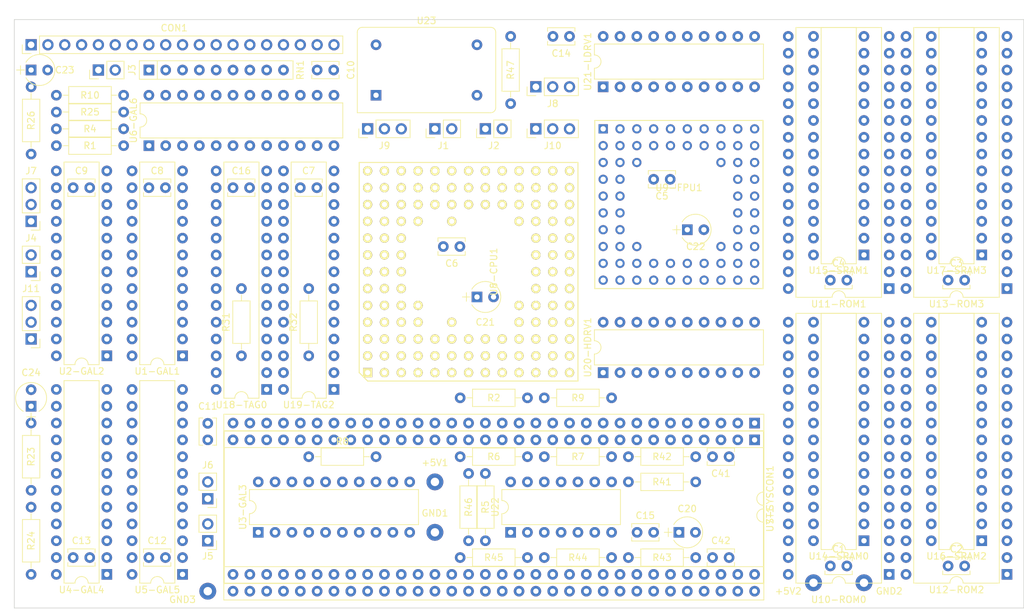
<source format=kicad_pcb>
(kicad_pcb (version 20171130) (host pcbnew "(6.0.0-rc1-dev-1353-gdd9a00107)")
  (layers (0 F.Cu signal) (31 B.Cu signal) (34 B.Paste user) (35 F.Paste user) (36 B.SilkS user) (37 F.SilkS user) (38 B.Mask user) (39 F.Mask user) (44 Edge.Cuts user))
  (net 0 "")
  (net 1 VCC)
  (net 2 GND)
  (net 3 A18)
  (net 4 A17)
  (net 5 A14)
  (net 6 A9)
  (net 7 A8)
  (net 8 A7)
  (net 9 A12)
  (net 10 A6)
  (net 11 A5)
  (net 12 A13)
  (net 13 A4)
  (net 14 A11)
  (net 15 A3)
  (net 16 A10)
  (net 17 A2)
  (net 18 A15)
  (net 19 A16)
  (net 20 "Net-(U14-SRAM0-Pad20)")
  (net 21 "Net-(U15-SRAM1-Pad20)")
  (net 22 "Net-(U16-SRAM2-Pad20)")
  (net 23 "Net-(U17-SRAM3-Pad20)")
  (net 24 "Net-(U8-CPU1-PadE12)")
  (net 25 "Net-(U8-CPU1-PadF10)")
  (net 26 "Net-(U8-CPU1-PadD5)")
  (net 27 "Net-(U8-CPU1-PadF4)")
  (net 28 "Net-(U8-CPU1-PadK5)")
  (net 29 D27)
  (net 30 D28)
  (net 31 D29)
  (net 32 D30)
  (net 33 D31)
  (net 34 D24)
  (net 35 D25)
  (net 36 D26)
  (net 37 D19)
  (net 38 D20)
  (net 39 D21)
  (net 40 D22)
  (net 41 D23)
  (net 42 D16)
  (net 43 D17)
  (net 44 D18)
  (net 45 D11)
  (net 46 D12)
  (net 47 D13)
  (net 48 D14)
  (net 49 D15)
  (net 50 D8)
  (net 51 D9)
  (net 52 D10)
  (net 53 D3)
  (net 54 D4)
  (net 55 D5)
  (net 56 D6)
  (net 57 D7)
  (net 58 D0)
  (net 59 D1)
  (net 60 D2)
  (net 61 A20)
  (net 62 A21)
  (net 63 A19)
  (net 64 A23)
  (net 65 A24)
  (net 66 A26)
  (net 67 A28)
  (net 68 A30)
  (net 69 A0)
  (net 70 A22)
  (net 71 A25)
  (net 72 A27)
  (net 73 A29)
  (net 74 A31)
  (net 75 A1)
  (net 76 CS)
  (net 77 ~ROE~)
  (net 78 MAT0)
  (net 79 MAT2)
  (net 80 ~TCLR~)
  (net 81 ~DOE~)
  (net 82 ~DWE0~)
  (net 83 ~DWE1~)
  (net 84 ~DWE2~)
  (net 85 ~DWE3~)
  (net 86 FPUCLK)
  (net 87 ~RESET~)
  (net 88 ~DS~)
  (net 89 ~AS_20~)
  (net 90 ~FPUCS~)
  (net 91 ~DSACK0~)
  (net 92 RW)
  (net 93 ~DSACK1~)
  (net 94 ~SENSE~)
  (net 95 NC_FPU)
  (net 96 "Net-(U1-GAL1-Pad19)")
  (net 97 "Net-(U4-GAL4-Pad6)")
  (net 98 "Net-(U4-GAL4-Pad7)")
  (net 99 "Net-(U5-GAL5-Pad14)")
  (net 100 "Net-(U5-GAL5-Pad23)")
  (net 101 "Net-(U6-GAL6-Pad17)")
  (net 102 ~MMU_DIS~)
  (net 103 ~CACHE_DIS~)
  (net 104 ~IPL1~)
  (net 105 ~IPL2~)
  (net 106 ~IPL0~)
  (net 107 ~AVEC~)
  (net 108 CPUCLK)
  (net 109 "Net-(RN1-Pad5)")
  (net 110 ~STERM~)
  (net 111 ~BR_20~)
  (net 112 ~CIIN~)
  (net 113 ~CBACK~)
  (net 114 ~IPEND~)
  (net 115 ~REFILL~)
  (net 116 ~STATUS~)
  (net 117 ~BG_20~)
  (net 118 ~RMC~)
  (net 119 ~BGACK_20~)
  (net 120 ~CIOUT~)
  (net 121 FC1)
  (net 122 ~OCS~)
  (net 123 FC0)
  (net 124 FC2)
  (net 125 ~HALT~)
  (net 126 SIZ1)
  (net 127 ~CBREQ~)
  (net 128 SIZ0)
  (net 129 ~ECS~)
  (net 130 ~DBEN~)
  (net 131 ~AS_00~)
  (net 132 ~UDS~)
  (net 133 ~LDS~)
  (net 134 ~DTACK~)
  (net 135 ~BG_00~)
  (net 136 ~BGACK_00~)
  (net 137 ~BR_00~)
  (net 138 SYSCLK)
  (net 139 ~VMA~)
  (net 140 ~VPA~)
  (net 141 ~BERR_00~)
  (net 142 ~BERR_20~)
  (net 143 ~DRAM~)
  (net 144 W1)
  (net 145 W2)
  (net 146 ~PROM~)
  (net 147 ~CSP19~)
  (net 148 ~ROM~)
  (net 149 "Net-(J11-Pad1)")
  (net 150 ~C2OFF~)
  (net 151 ~TWE0~)
  (net 152 ~TWE2~)
  (net 153 ~DSACK~)
  (net 154 ~FROM~)
  (net 155 ~CYC_00~)
  (net 156 CLK16)
  (net 157 ~ENAB~)
  (net 158 CLK8)
  (net 159 Q0)
  (net 160 Q1)
  (net 161 "Net-(J3-Pad2)")
  (net 162 ~PAKEN~)
  (net 163 ~WORD~)
  (net 164 ~BGX~)
  (net 165 E0)
  (net 166 "Net-(C41-Pad1)")
  (net 167 "Net-(C42-Pad1)")
  (net 168 "Net-(J10-Pad3)")
  (net 169 "Net-(J10-Pad1)")
  (net 170 "Net-(R41-Pad2)")
  (net 171 "Net-(R43-Pad2)")
  (net 172 "Net-(R44-Pad2)")
  (net 173 "Net-(R45-Pad2)")
  (net 174 "Net-(R47-Pad2)")
  (net 175 "Net-(CON1-Pad1)")
  (net 176 "Net-(CON1-Pad2)")
  (net 177 "Net-(CON1-Pad3)")
  (net 178 "Net-(CON1-Pad4)")
  (net 179 "Net-(CON1-Pad5)")
  (net 180 "Net-(CON1-Pad6)")
  (net 181 "Net-(CON1-Pad7)")
  (net 182 "Net-(CON1-Pad11)")
  (net 183 "Net-(CON1-Pad16)")
  (net 184 "Net-(CON1-Pad18)")
  (net 185 "Net-(CON1-Pad19)")
  (net 186 "Net-(GND3-Pad1)")
  (net 187 E_20)
  (net 188 "Net-(U3-GAL3-Pad1)")
  (net 189 "Net-(U3-GAL3-Pad11)")
  (net 190 "Net-(U3-GAL3-Pad3)")
  (net 191 "Net-(U3-GAL3-Pad4)")
  (net 192 "Net-(U3-GAL3-Pad14)")
  (net 193 "Net-(U3-GAL3-Pad5)")
  (net 194 E_00)
  (net 195 "Net-(U3-GAL3-Pad16)")
  (net 196 "Net-(U3-GAL3-Pad7)")
  (net 197 "Net-(U3-GAL3-Pad17)")
  (net 198 "Net-(U3-GAL3-Pad18)")
  (module Housings_DIP:DIP-20_W7.62mm (layer F.Cu) (at 52.07 85.09 90)
    (fp_text reference U3-GAL3 (at 3.81 -2.33 90) (layer F.SilkS))
    (fp_text value GAL16V8)
    (pad 1 thru_hole rect (at 0 0 90) (size 1.6 1.6) (drill 0.8) (layers *.Cu *.Mask) (net 188 "Net-(U3-GAL3-Pad1)"))
    (pad 11 thru_hole oval (at 7.62 22.86 90) (size 1.6 1.6) (drill 0.8) (layers *.Cu *.Mask) (net 189 "Net-(U3-GAL3-Pad11)"))
    (pad 2 thru_hole oval (at 0 2.54 90) (size 1.6 1.6) (drill 0.8) (layers *.Cu *.Mask) (net 162 ~PAKEN~))
    (pad 12 thru_hole oval (at 7.62 20.32 90) (size 1.6 1.6) (drill 0.8) (layers *.Cu *.Mask) (net 117 ~BG_20~))
    (pad 3 thru_hole oval (at 0 5.08 90) (size 1.6 1.6) (drill 0.8) (layers *.Cu *.Mask) (net 190 "Net-(U3-GAL3-Pad3)"))
    (pad 13 thru_hole oval (at 7.62 17.78 90) (size 1.6 1.6) (drill 0.8) (layers *.Cu *.Mask) (net 137 ~BR_00~))
    (pad 4 thru_hole oval (at 0 7.62 90) (size 1.6 1.6) (drill 0.8) (layers *.Cu *.Mask) (net 191 "Net-(U3-GAL3-Pad4)"))
    (pad 14 thru_hole oval (at 7.62 15.24 90) (size 1.6 1.6) (drill 0.8) (layers *.Cu *.Mask) (net 192 "Net-(U3-GAL3-Pad14)"))
    (pad 5 thru_hole oval (at 0 10.16 90) (size 1.6 1.6) (drill 0.8) (layers *.Cu *.Mask) (net 193 "Net-(U3-GAL3-Pad5)"))
    (pad 15 thru_hole oval (at 7.62 12.7 90) (size 1.6 1.6) (drill 0.8) (layers *.Cu *.Mask) (net 187 E_20))
    (pad 6 thru_hole oval (at 0 12.7 90) (size 1.6 1.6) (drill 0.8) (layers *.Cu *.Mask) (net 194 E_00))
    (pad 16 thru_hole oval (at 7.62 10.16 90) (size 1.6 1.6) (drill 0.8) (layers *.Cu *.Mask) (net 195 "Net-(U3-GAL3-Pad16)"))
    (pad 7 thru_hole oval (at 0 15.24 90) (size 1.6 1.6) (drill 0.8) (layers *.Cu *.Mask) (net 196 "Net-(U3-GAL3-Pad7)"))
    (pad 17 thru_hole oval (at 7.62 7.62 90) (size 1.6 1.6) (drill 0.8) (layers *.Cu *.Mask) (net 197 "Net-(U3-GAL3-Pad17)"))
    (pad 8 thru_hole oval (at 0 17.78 90) (size 1.6 1.6) (drill 0.8) (layers *.Cu *.Mask) (net 111 ~BR_20~))
    (pad 18 thru_hole oval (at 7.62 5.08 90) (size 1.6 1.6) (drill 0.8) (layers *.Cu *.Mask) (net 198 "Net-(U3-GAL3-Pad18)"))
    (pad 9 thru_hole oval (at 0 20.32 90) (size 1.6 1.6) (drill 0.8) (layers *.Cu *.Mask) (net 135 ~BG_00~))
    (pad 19 thru_hole oval (at 7.62 2.54 90) (size 1.6 1.6) (drill 0.8) (layers *.Cu *.Mask) (net 111 ~BR_20~))
    (pad 10 thru_hole oval (at 0 22.86 90) (size 1.6 1.6) (drill 0.8) (layers *.Cu *.Mask) (net 2 GND))
    (pad 20 thru_hole oval (at 7.62 0 90) (size 1.6 1.6) (drill 0.8) (layers *.Cu *.Mask) (net 1 VCC))
  )
  (module Socket_Strips:Socket_Strip_Straight_1x02_Pitch2.54mm (layer F.Cu) (at 44.45 80.01 180)
    (fp_text reference J6 (at 0 5.08 180) (layer F.SilkS))
    (fp_text value BR)
    (pad 1 thru_hole rect (at 0 0 180) (size 1.7 1.7) (drill 1) (layers *.Cu *.Mask) (net 111 ~BR_20~))
    (pad 2 thru_hole oval (at 0 2.54 180) (size 1.7 1.7) (drill 1) (layers *.Cu *.Mask) (net 2 GND))
  )
  (module Mounting_Holes:MountingHole_2.2mm_M2_DIN965_Pad (layer F.Cu) (at 44.45 93.98)
    (fp_text reference GND3 (at -3.81 1.27) (layer F.SilkS))
    (fp_text value Conn_01x01_Female)
    (pad 1 thru_hole circle (at 0 0) (size 2.54 2.54) (drill 1.27) (layers *.Cu *.Mask) (net 186 "Net-(GND3-Pad1)"))
  )
  (module Mounting_Holes:MountingHole_2.2mm_M2_DIN965_Pad (layer F.Cu) (at 135.89 92.71)
    (fp_text reference +5V2 (at -3.81 1.27) (layer F.SilkS))
    (fp_text value Conn_01x01_Female)
    (pad 1 thru_hole circle (at 0 0) (size 2.54 2.54) (drill 1.27) (layers *.Cu *.Mask) (net 1 VCC))
  )
  (module Mounting_Holes:MountingHole_2.2mm_M2_DIN965_Pad (layer F.Cu) (at 78.74 77.47)
    (fp_text reference +5V1 (at 0 -2.9) (layer F.SilkS))
    (fp_text value Conn_01x01_Female)
    (pad 1 thru_hole circle (at 0 0) (size 2.54 2.54) (drill 1.27) (layers *.Cu *.Mask) (net 1 VCC))
  )
  (module Mounting_Holes:MountingHole_2.2mm_M2_DIN965_Pad (layer F.Cu) (at 143.51 92.71)
    (fp_text reference GND2 (at 3.81 1.27) (layer F.SilkS))
    (fp_text value Conn_01x01_Female)
    (pad 1 thru_hole circle (at 0 0) (size 2.54 2.54) (drill 1.27) (layers *.Cu *.Mask) (net 2 GND))
  )
  (module Mounting_Holes:MountingHole_2.2mm_M2_DIN965_Pad (layer F.Cu) (at 78.74 85.09)
    (fp_text reference GND1 (at 0 -2.9) (layer F.SilkS))
    (fp_text value Conn_01x01_Female)
    (pad 1 thru_hole circle (at 0 0) (size 2.54 2.54) (drill 1.27) (layers *.Cu *.Mask) (net 2 GND))
  )
  (module Capacitors_THT:CP_Radial_Tantal_D4.5mm_P2.50mm (layer F.Cu) (at 17.78 66.04 90)
    (fp_text reference C24 (at 5.08 0) (layer F.SilkS))
    (fp_text value 10uF/16V)
    (pad 1 thru_hole rect (at 0 0 90) (size 1.6 1.6) (drill 0.8) (layers *.Cu *.Mask) (net 1 VCC))
    (pad 2 thru_hole circle (at 2.5 0 90) (size 1.6 1.6) (drill 0.8) (layers *.Cu *.Mask) (net 2 GND))
  )
  (module Capacitors_THT:CP_Radial_Tantal_D4.5mm_P2.50mm (layer F.Cu) (at 17.78 15.24)
    (fp_text reference C23 (at 5.08 0) (layer F.SilkS))
    (fp_text value 10uF/16V)
    (pad 1 thru_hole rect (at 0 0) (size 1.6 1.6) (drill 0.8) (layers *.Cu *.Mask) (net 1 VCC))
    (pad 2 thru_hole circle (at 2.5 0) (size 1.6 1.6) (drill 0.8) (layers *.Cu *.Mask) (net 2 GND))
  )
  (module Capacitors_THT:CP_Radial_Tantal_D4.5mm_P2.50mm (layer F.Cu) (at 116.84 39.37)
    (fp_text reference C22 (at 1.27 2.54) (layer F.SilkS))
    (fp_text value 10uF/16V)
    (pad 1 thru_hole rect (at 0 0) (size 1.6 1.6) (drill 0.8) (layers *.Cu *.Mask) (net 1 VCC))
    (pad 2 thru_hole circle (at 2.5 0) (size 1.6 1.6) (drill 0.8) (layers *.Cu *.Mask) (net 2 GND))
  )
  (module Capacitors_THT:CP_Radial_Tantal_D4.5mm_P2.50mm (layer F.Cu) (at 85.09 49.53)
    (fp_text reference C21 (at 1.25 3.81) (layer F.SilkS))
    (fp_text value 10uF/16V)
    (pad 1 thru_hole rect (at 0 0) (size 1.6 1.6) (drill 0.8) (layers *.Cu *.Mask) (net 1 VCC))
    (pad 2 thru_hole circle (at 2.5 0) (size 1.6 1.6) (drill 0.8) (layers *.Cu *.Mask) (net 2 GND))
  )
  (module Capacitors_THT:CP_Radial_Tantal_D4.5mm_P2.50mm (layer F.Cu) (at 115.57 85.09)
    (fp_text reference C20 (at 1.25 -3.56) (layer F.SilkS))
    (fp_text value 10uF/16V)
    (pad 1 thru_hole rect (at 0 0) (size 1.6 1.6) (drill 0.8) (layers *.Cu *.Mask) (net 1 VCC))
    (pad 2 thru_hole circle (at 2.5 0) (size 1.6 1.6) (drill 0.8) (layers *.Cu *.Mask) (net 2 GND))
  )
  (module Oscillators:Oscillator_DIP-14 (layer F.Cu) (at 69.85 19.05)
    (fp_text reference U23 (at 7.62 -11.26) (layer F.SilkS))
    (fp_text value CRYSTAL32)
    (pad 1 thru_hole rect (at 0 0) (size 1.6 1.6) (drill 0.8) (layers *.Cu *.Mask))
    (pad 14 thru_hole circle (at 0 -7.62) (size 1.6 1.6) (drill 0.8) (layers *.Cu *.Mask) (net 1 VCC))
    (pad 8 thru_hole circle (at 15.24 -7.62) (size 1.6 1.6) (drill 0.8) (layers *.Cu *.Mask) (net 174 "Net-(R47-Pad2)"))
    (pad 7 thru_hole circle (at 15.24 0) (size 1.6 1.6) (drill 0.8) (layers *.Cu *.Mask) (net 2 GND))
  )
  (module Housings_DIP:DIP-14_W7.62mm (layer F.Cu) (at 90.17 85.09 90)
    (fp_text reference U22 (at 3.81 -2.33 90) (layer F.SilkS))
    (fp_text value 74LS86)
    (pad 1 thru_hole rect (at 0 0 90) (size 1.6 1.6) (drill 0.8) (layers *.Cu *.Mask) (net 167 "Net-(C42-Pad1)"))
    (pad 8 thru_hole oval (at 7.62 15.24 90) (size 1.6 1.6) (drill 0.8) (layers *.Cu *.Mask) (net 171 "Net-(R43-Pad2)"))
    (pad 2 thru_hole oval (at 0 2.54 90) (size 1.6 1.6) (drill 0.8) (layers *.Cu *.Mask) (net 138 SYSCLK))
    (pad 9 thru_hole oval (at 7.62 12.7 90) (size 1.6 1.6) (drill 0.8) (layers *.Cu *.Mask) (net 166 "Net-(C41-Pad1)"))
    (pad 3 thru_hole oval (at 0 5.08 90) (size 1.6 1.6) (drill 0.8) (layers *.Cu *.Mask) (net 173 "Net-(R45-Pad2)"))
    (pad 10 thru_hole oval (at 7.62 10.16 90) (size 1.6 1.6) (drill 0.8) (layers *.Cu *.Mask) (net 1 VCC))
    (pad 4 thru_hole oval (at 0 7.62 90) (size 1.6 1.6) (drill 0.8) (layers *.Cu *.Mask) (net 167 "Net-(C42-Pad1)"))
    (pad 11 thru_hole oval (at 7.62 7.62 90) (size 1.6 1.6) (drill 0.8) (layers *.Cu *.Mask) (net 170 "Net-(R41-Pad2)"))
    (pad 5 thru_hole oval (at 0 10.16 90) (size 1.6 1.6) (drill 0.8) (layers *.Cu *.Mask) (net 1 VCC))
    (pad 12 thru_hole oval (at 7.62 5.08 90) (size 1.6 1.6) (drill 0.8) (layers *.Cu *.Mask) (net 1 VCC))
    (pad 6 thru_hole oval (at 0 12.7 90) (size 1.6 1.6) (drill 0.8) (layers *.Cu *.Mask) (net 172 "Net-(R44-Pad2)"))
    (pad 13 thru_hole oval (at 7.62 2.54 90) (size 1.6 1.6) (drill 0.8) (layers *.Cu *.Mask) (net 138 SYSCLK))
    (pad 7 thru_hole oval (at 0 15.24 90) (size 1.6 1.6) (drill 0.8) (layers *.Cu *.Mask) (net 2 GND))
    (pad 14 thru_hole oval (at 7.62 0 90) (size 1.6 1.6) (drill 0.8) (layers *.Cu *.Mask) (net 1 VCC))
  )
  (module Resistors_THT:R_Axial_DIN0207_L6.3mm_D2.5mm_P10.16mm_Horizontal (layer F.Cu) (at 90.17 20.32 90)
    (fp_text reference R47 (at 5.08 0 90) (layer F.SilkS))
    (fp_text value 33R)
    (pad 1 thru_hole circle (at 0 0 90) (size 1.6 1.6) (drill 0.8) (layers *.Cu *.Mask) (net 168 "Net-(J10-Pad3)"))
    (pad 2 thru_hole oval (at 10.16 0 90) (size 1.6 1.6) (drill 0.8) (layers *.Cu *.Mask) (net 174 "Net-(R47-Pad2)"))
  )
  (module Resistors_THT:R_Axial_DIN0207_L6.3mm_D2.5mm_P10.16mm_Horizontal (layer F.Cu) (at 83.82 86.36 90)
    (fp_text reference R46 (at 5.08 0 90) (layer F.SilkS))
    (fp_text value 33R)
    (pad 1 thru_hole circle (at 0 0 90) (size 1.6 1.6) (drill 0.8) (layers *.Cu *.Mask) (net 173 "Net-(R45-Pad2)"))
    (pad 2 thru_hole oval (at 10.16 0 90) (size 1.6 1.6) (drill 0.8) (layers *.Cu *.Mask) (net 169 "Net-(J10-Pad1)"))
  )
  (module Resistors_THT:R_Axial_DIN0207_L6.3mm_D2.5mm_P10.16mm_Horizontal (layer F.Cu) (at 82.55 88.9)
    (fp_text reference R45 (at 5.08 0) (layer F.SilkS))
    (fp_text value 33R)
    (pad 1 thru_hole circle (at 0 0) (size 1.6 1.6) (drill 0.8) (layers *.Cu *.Mask) (net 156 CLK16))
    (pad 2 thru_hole oval (at 10.16 0) (size 1.6 1.6) (drill 0.8) (layers *.Cu *.Mask) (net 173 "Net-(R45-Pad2)"))
  )
  (module Resistors_THT:R_Axial_DIN0207_L6.3mm_D2.5mm_P10.16mm_Horizontal (layer F.Cu) (at 95.25 88.9)
    (fp_text reference R44 (at 5.08 0) (layer F.SilkS))
    (fp_text value 33R)
    (pad 1 thru_hole circle (at 0 0) (size 1.6 1.6) (drill 0.8) (layers *.Cu *.Mask) (net 158 CLK8))
    (pad 2 thru_hole oval (at 10.16 0) (size 1.6 1.6) (drill 0.8) (layers *.Cu *.Mask) (net 172 "Net-(R44-Pad2)"))
  )
  (module Resistors_THT:R_Axial_DIN0207_L6.3mm_D2.5mm_P10.16mm_Horizontal (layer F.Cu) (at 118.11 88.9 180)
    (fp_text reference R43 (at 5.08 0 180) (layer F.SilkS))
    (fp_text value 560R)
    (pad 1 thru_hole circle (at 0 0 180) (size 1.6 1.6) (drill 0.8) (layers *.Cu *.Mask) (net 167 "Net-(C42-Pad1)"))
    (pad 2 thru_hole oval (at 10.16 0 180) (size 1.6 1.6) (drill 0.8) (layers *.Cu *.Mask) (net 171 "Net-(R43-Pad2)"))
  )
  (module Resistors_THT:R_Axial_DIN0207_L6.3mm_D2.5mm_P10.16mm_Horizontal (layer F.Cu) (at 118.11 73.66 180)
    (fp_text reference R42 (at 5.08 0 180) (layer F.SilkS))
    (fp_text value 10K)
    (pad 1 thru_hole circle (at 0 0 180) (size 1.6 1.6) (drill 0.8) (layers *.Cu *.Mask) (net 1 VCC))
    (pad 2 thru_hole oval (at 10.16 0 180) (size 1.6 1.6) (drill 0.8) (layers *.Cu *.Mask) (net 166 "Net-(C41-Pad1)"))
  )
  (module Resistors_THT:R_Axial_DIN0207_L6.3mm_D2.5mm_P10.16mm_Horizontal (layer F.Cu) (at 107.95 77.47)
    (fp_text reference R41 (at 5.08 0) (layer F.SilkS))
    (fp_text value 560R)
    (pad 1 thru_hole circle (at 0 0) (size 1.6 1.6) (drill 0.8) (layers *.Cu *.Mask) (net 166 "Net-(C41-Pad1)"))
    (pad 2 thru_hole oval (at 10.16 0) (size 1.6 1.6) (drill 0.8) (layers *.Cu *.Mask) (net 170 "Net-(R41-Pad2)"))
  )
  (module Socket_Strips:Socket_Strip_Straight_1x03_Pitch2.54mm (layer F.Cu) (at 93.98 24.13 90)
    (fp_text reference J10 (at -2.54 2.54) (layer F.SilkS))
    (fp_text value FPUCLK)
    (pad 1 thru_hole rect (at 0 0 90) (size 1.7 1.7) (drill 1) (layers *.Cu *.Mask) (net 169 "Net-(J10-Pad1)"))
    (pad 2 thru_hole oval (at 0 2.54 90) (size 1.7 1.7) (drill 1) (layers *.Cu *.Mask) (net 86 FPUCLK))
    (pad 3 thru_hole oval (at 0 5.08 90) (size 1.7 1.7) (drill 1) (layers *.Cu *.Mask) (net 168 "Net-(J10-Pad3)"))
  )
  (module Socket_Strips:Socket_Strip_Straight_1x03_Pitch2.54mm (layer F.Cu) (at 68.58 24.13 90)
    (fp_text reference J9 (at -2.54 2.54) (layer F.SilkS))
    (fp_text value CPUCLK)
    (pad 1 thru_hole rect (at 0 0 90) (size 1.7 1.7) (drill 1) (layers *.Cu *.Mask) (net 168 "Net-(J10-Pad3)"))
    (pad 2 thru_hole oval (at 0 2.54 90) (size 1.7 1.7) (drill 1) (layers *.Cu *.Mask) (net 108 CPUCLK))
    (pad 3 thru_hole oval (at 0 5.08 90) (size 1.7 1.7) (drill 1) (layers *.Cu *.Mask) (net 169 "Net-(J10-Pad1)"))
  )
  (module Capacitors_THT:C_Rect_L4.0mm_W2.5mm_P2.50mm (layer F.Cu) (at 120.65 88.9)
    (fp_text reference C42 (at 1.25 -2.56) (layer F.SilkS))
    (fp_text value 22pF)
    (pad 1 thru_hole circle (at 0 0) (size 1.6 1.6) (drill 0.8) (layers *.Cu *.Mask) (net 167 "Net-(C42-Pad1)"))
    (pad 2 thru_hole circle (at 2.5 0) (size 1.6 1.6) (drill 0.8) (layers *.Cu *.Mask) (net 2 GND))
  )
  (module Capacitors_THT:C_Rect_L4.0mm_W2.5mm_P2.50mm (layer F.Cu) (at 120.65 73.66)
    (fp_text reference C41 (at 1.25 2.54) (layer F.SilkS))
    (fp_text value 22pF)
    (pad 1 thru_hole circle (at 0 0) (size 1.6 1.6) (drill 0.8) (layers *.Cu *.Mask) (net 166 "Net-(C41-Pad1)"))
    (pad 2 thru_hole circle (at 2.5 0) (size 1.6 1.6) (drill 0.8) (layers *.Cu *.Mask) (net 2 GND))
  )
  (module Housings_DIP:DIP-64_W22.86mm_Socket (layer F.Cu) (at 127 71.12 270)
    (fp_text reference ST1 (at 11.43 -2.33 270) (layer F.SilkS))
    (fp_text value 68000D)
    (pad 1 thru_hole rect (at 0 0 270) (size 1.6 1.6) (drill 0.8) (layers *.Cu *.Mask) (net 38 D20))
    (pad 33 thru_hole oval (at 22.86 78.74 270) (size 1.6 1.6) (drill 0.8) (layers *.Cu *.Mask) (net 11 A5))
    (pad 2 thru_hole oval (at 0 2.54 270) (size 1.6 1.6) (drill 0.8) (layers *.Cu *.Mask) (net 37 D19))
    (pad 34 thru_hole oval (at 22.86 76.2 270) (size 1.6 1.6) (drill 0.8) (layers *.Cu *.Mask) (net 10 A6))
    (pad 3 thru_hole oval (at 0 5.08 270) (size 1.6 1.6) (drill 0.8) (layers *.Cu *.Mask) (net 44 D18))
    (pad 35 thru_hole oval (at 22.86 73.66 270) (size 1.6 1.6) (drill 0.8) (layers *.Cu *.Mask) (net 8 A7))
    (pad 4 thru_hole oval (at 0 7.62 270) (size 1.6 1.6) (drill 0.8) (layers *.Cu *.Mask) (net 43 D17))
    (pad 36 thru_hole oval (at 22.86 71.12 270) (size 1.6 1.6) (drill 0.8) (layers *.Cu *.Mask) (net 7 A8))
    (pad 5 thru_hole oval (at 0 10.16 270) (size 1.6 1.6) (drill 0.8) (layers *.Cu *.Mask) (net 42 D16))
    (pad 37 thru_hole oval (at 22.86 68.58 270) (size 1.6 1.6) (drill 0.8) (layers *.Cu *.Mask) (net 6 A9))
    (pad 6 thru_hole oval (at 0 12.7 270) (size 1.6 1.6) (drill 0.8) (layers *.Cu *.Mask) (net 131 ~AS_00~))
    (pad 38 thru_hole oval (at 22.86 66.04 270) (size 1.6 1.6) (drill 0.8) (layers *.Cu *.Mask) (net 16 A10))
    (pad 7 thru_hole oval (at 0 15.24 270) (size 1.6 1.6) (drill 0.8) (layers *.Cu *.Mask) (net 132 ~UDS~))
    (pad 39 thru_hole oval (at 22.86 63.5 270) (size 1.6 1.6) (drill 0.8) (layers *.Cu *.Mask) (net 14 A11))
    (pad 8 thru_hole oval (at 0 17.78 270) (size 1.6 1.6) (drill 0.8) (layers *.Cu *.Mask) (net 133 ~LDS~))
    (pad 40 thru_hole oval (at 22.86 60.96 270) (size 1.6 1.6) (drill 0.8) (layers *.Cu *.Mask) (net 9 A12))
    (pad 9 thru_hole oval (at 0 20.32 270) (size 1.6 1.6) (drill 0.8) (layers *.Cu *.Mask) (net 92 RW))
    (pad 41 thru_hole oval (at 22.86 58.42 270) (size 1.6 1.6) (drill 0.8) (layers *.Cu *.Mask) (net 12 A13))
    (pad 10 thru_hole oval (at 0 22.86 270) (size 1.6 1.6) (drill 0.8) (layers *.Cu *.Mask) (net 134 ~DTACK~))
    (pad 42 thru_hole oval (at 22.86 55.88 270) (size 1.6 1.6) (drill 0.8) (layers *.Cu *.Mask) (net 5 A14))
    (pad 11 thru_hole oval (at 0 25.4 270) (size 1.6 1.6) (drill 0.8) (layers *.Cu *.Mask) (net 117 ~BG_20~))
    (pad 43 thru_hole oval (at 22.86 53.34 270) (size 1.6 1.6) (drill 0.8) (layers *.Cu *.Mask) (net 18 A15))
    (pad 12 thru_hole oval (at 0 27.94 270) (size 1.6 1.6) (drill 0.8) (layers *.Cu *.Mask) (net 136 ~BGACK_00~))
    (pad 44 thru_hole oval (at 22.86 50.8 270) (size 1.6 1.6) (drill 0.8) (layers *.Cu *.Mask) (net 19 A16))
    (pad 13 thru_hole oval (at 0 30.48 270) (size 1.6 1.6) (drill 0.8) (layers *.Cu *.Mask) (net 111 ~BR_20~))
    (pad 45 thru_hole oval (at 22.86 48.26 270) (size 1.6 1.6) (drill 0.8) (layers *.Cu *.Mask) (net 4 A17))
    (pad 14 thru_hole oval (at 0 33.02 270) (size 1.6 1.6) (drill 0.8) (layers *.Cu *.Mask) (net 1 VCC))
    (pad 46 thru_hole oval (at 22.86 45.72 270) (size 1.6 1.6) (drill 0.8) (layers *.Cu *.Mask) (net 3 A18))
    (pad 15 thru_hole oval (at 0 35.56 270) (size 1.6 1.6) (drill 0.8) (layers *.Cu *.Mask) (net 138 SYSCLK))
    (pad 47 thru_hole oval (at 22.86 43.18 270) (size 1.6 1.6) (drill 0.8) (layers *.Cu *.Mask) (net 63 A19))
    (pad 16 thru_hole oval (at 0 38.1 270) (size 1.6 1.6) (drill 0.8) (layers *.Cu *.Mask) (net 2 GND))
    (pad 48 thru_hole oval (at 22.86 40.64 270) (size 1.6 1.6) (drill 0.8) (layers *.Cu *.Mask) (net 61 A20))
    (pad 17 thru_hole oval (at 0 40.64 270) (size 1.6 1.6) (drill 0.8) (layers *.Cu *.Mask) (net 125 ~HALT~))
    (pad 49 thru_hole oval (at 22.86 38.1 270) (size 1.6 1.6) (drill 0.8) (layers *.Cu *.Mask) (net 1 VCC))
    (pad 18 thru_hole oval (at 0 43.18 270) (size 1.6 1.6) (drill 0.8) (layers *.Cu *.Mask) (net 87 ~RESET~))
    (pad 50 thru_hole oval (at 22.86 35.56 270) (size 1.6 1.6) (drill 0.8) (layers *.Cu *.Mask) (net 62 A21))
    (pad 19 thru_hole oval (at 0 45.72 270) (size 1.6 1.6) (drill 0.8) (layers *.Cu *.Mask) (net 139 ~VMA~))
    (pad 51 thru_hole oval (at 22.86 33.02 270) (size 1.6 1.6) (drill 0.8) (layers *.Cu *.Mask) (net 70 A22))
    (pad 20 thru_hole oval (at 0 48.26 270) (size 1.6 1.6) (drill 0.8) (layers *.Cu *.Mask) (net 187 E_20))
    (pad 52 thru_hole oval (at 22.86 30.48 270) (size 1.6 1.6) (drill 0.8) (layers *.Cu *.Mask) (net 64 A23))
    (pad 21 thru_hole oval (at 0 50.8 270) (size 1.6 1.6) (drill 0.8) (layers *.Cu *.Mask) (net 140 ~VPA~))
    (pad 53 thru_hole oval (at 22.86 27.94 270) (size 1.6 1.6) (drill 0.8) (layers *.Cu *.Mask) (net 2 GND))
    (pad 22 thru_hole oval (at 0 53.34 270) (size 1.6 1.6) (drill 0.8) (layers *.Cu *.Mask) (net 141 ~BERR_00~))
    (pad 54 thru_hole oval (at 22.86 25.4 270) (size 1.6 1.6) (drill 0.8) (layers *.Cu *.Mask) (net 33 D31))
    (pad 23 thru_hole oval (at 0 55.88 270) (size 1.6 1.6) (drill 0.8) (layers *.Cu *.Mask) (net 105 ~IPL2~))
    (pad 55 thru_hole oval (at 22.86 22.86 270) (size 1.6 1.6) (drill 0.8) (layers *.Cu *.Mask) (net 32 D30))
    (pad 24 thru_hole oval (at 0 58.42 270) (size 1.6 1.6) (drill 0.8) (layers *.Cu *.Mask) (net 104 ~IPL1~))
    (pad 56 thru_hole oval (at 22.86 20.32 270) (size 1.6 1.6) (drill 0.8) (layers *.Cu *.Mask) (net 31 D29))
    (pad 25 thru_hole oval (at 0 60.96 270) (size 1.6 1.6) (drill 0.8) (layers *.Cu *.Mask) (net 106 ~IPL0~))
    (pad 57 thru_hole oval (at 22.86 17.78 270) (size 1.6 1.6) (drill 0.8) (layers *.Cu *.Mask) (net 30 D28))
    (pad 26 thru_hole oval (at 0 63.5 270) (size 1.6 1.6) (drill 0.8) (layers *.Cu *.Mask) (net 124 FC2))
    (pad 58 thru_hole oval (at 22.86 15.24 270) (size 1.6 1.6) (drill 0.8) (layers *.Cu *.Mask) (net 29 D27))
    (pad 27 thru_hole oval (at 0 66.04 270) (size 1.6 1.6) (drill 0.8) (layers *.Cu *.Mask) (net 121 FC1))
    (pad 59 thru_hole oval (at 22.86 12.7 270) (size 1.6 1.6) (drill 0.8) (layers *.Cu *.Mask) (net 36 D26))
    (pad 28 thru_hole oval (at 0 68.58 270) (size 1.6 1.6) (drill 0.8) (layers *.Cu *.Mask) (net 123 FC0))
    (pad 60 thru_hole oval (at 22.86 10.16 270) (size 1.6 1.6) (drill 0.8) (layers *.Cu *.Mask) (net 35 D25))
    (pad 29 thru_hole oval (at 0 71.12 270) (size 1.6 1.6) (drill 0.8) (layers *.Cu *.Mask) (net 75 A1))
    (pad 61 thru_hole oval (at 22.86 7.62 270) (size 1.6 1.6) (drill 0.8) (layers *.Cu *.Mask) (net 34 D24))
    (pad 30 thru_hole oval (at 0 73.66 270) (size 1.6 1.6) (drill 0.8) (layers *.Cu *.Mask) (net 17 A2))
    (pad 62 thru_hole oval (at 22.86 5.08 270) (size 1.6 1.6) (drill 0.8) (layers *.Cu *.Mask) (net 41 D23))
    (pad 31 thru_hole oval (at 0 76.2 270) (size 1.6 1.6) (drill 0.8) (layers *.Cu *.Mask) (net 15 A3))
    (pad 63 thru_hole oval (at 22.86 2.54 270) (size 1.6 1.6) (drill 0.8) (layers *.Cu *.Mask) (net 40 D22))
    (pad 32 thru_hole oval (at 0 78.74 270) (size 1.6 1.6) (drill 0.8) (layers *.Cu *.Mask) (net 13 A4))
    (pad 64 thru_hole oval (at 22.86 0 270) (size 1.6 1.6) (drill 0.8) (layers *.Cu *.Mask) (net 39 D21))
  )
  (module Resistors_THT:R_Axial_DIN0207_L6.3mm_D2.5mm_P10.16mm_Horizontal (layer F.Cu) (at 105.41 64.77 180)
    (fp_text reference R9 (at 5.08 0 180) (layer F.SilkS))
    (fp_text value 33R)
    (pad 1 thru_hole circle (at 0 0 180) (size 1.6 1.6) (drill 0.8) (layers *.Cu *.Mask) (net 1 VCC))
    (pad 2 thru_hole oval (at 10.16 0 180) (size 1.6 1.6) (drill 0.8) (layers *.Cu *.Mask) (net 89 ~AS_20~))
  )
  (module Resistors_THT:R_Axial_DIN0207_L6.3mm_D2.5mm_P10.16mm_Horizontal (layer F.Cu) (at 17.78 68.58 270)
    (fp_text reference R23 (at 5.08 0 270) (layer F.SilkS))
    (fp_text value 4K7)
    (pad 1 thru_hole circle (at 0 0 270) (size 1.6 1.6) (drill 0.8) (layers *.Cu *.Mask) (net 1 VCC))
    (pad 2 thru_hole oval (at 10.16 0 270) (size 1.6 1.6) (drill 0.8) (layers *.Cu *.Mask) (net 162 ~PAKEN~))
  )
  (module Socket_Strips:Socket_Strip_Straight_1x02_Pitch2.54mm (layer F.Cu) (at 44.45 86.36 180)
    (fp_text reference J5 (at 0 -2.33 180) (layer F.SilkS))
    (fp_text value PAK_EN)
    (pad 1 thru_hole rect (at 0 0 180) (size 1.7 1.7) (drill 1) (layers *.Cu *.Mask) (net 2 GND))
    (pad 2 thru_hole oval (at 0 2.54 180) (size 1.7 1.7) (drill 1) (layers *.Cu *.Mask) (net 162 ~PAKEN~))
  )
  (module Socket_Strips:Socket_Strip_Straight_1x02_Pitch2.54mm (layer F.Cu) (at 27.94 15.24 90)
    (fp_text reference J3 (at 0 5.08 90) (layer F.SilkS))
    (fp_text value FPU_EN)
    (pad 1 thru_hole rect (at 0 0 90) (size 1.7 1.7) (drill 1) (layers *.Cu *.Mask) (net 2 GND))
    (pad 2 thru_hole oval (at 0 2.54 90) (size 1.7 1.7) (drill 1) (layers *.Cu *.Mask) (net 161 "Net-(J3-Pad2)"))
  )
  (module Capacitors_THT:C_Rect_L4.0mm_W2.5mm_P2.50mm (layer F.Cu) (at 48.26 33.02)
    (fp_text reference C16 (at 1.25 -2.56) (layer F.SilkS))
    (fp_text value C)
    (pad 1 thru_hole circle (at 0 0) (size 1.6 1.6) (drill 0.8) (layers *.Cu *.Mask) (net 1 VCC))
    (pad 2 thru_hole circle (at 2.5 0) (size 1.6 1.6) (drill 0.8) (layers *.Cu *.Mask) (net 2 GND))
  )
  (module Capacitors_THT:C_Rect_L4.0mm_W2.5mm_P2.50mm (layer F.Cu) (at 111.76 85.09 180)
    (fp_text reference C15 (at 1.27 2.54 180) (layer F.SilkS))
    (fp_text value C)
    (pad 1 thru_hole circle (at 0 0 180) (size 1.6 1.6) (drill 0.8) (layers *.Cu *.Mask) (net 1 VCC))
    (pad 2 thru_hole circle (at 2.5 0 180) (size 1.6 1.6) (drill 0.8) (layers *.Cu *.Mask) (net 2 GND))
  )
  (module Capacitors_THT:C_Rect_L4.0mm_W2.5mm_P2.50mm (layer F.Cu) (at 99.06 10.16 180)
    (fp_text reference C14 (at 1.25 -2.56 180) (layer F.SilkS))
    (fp_text value C)
    (pad 1 thru_hole circle (at 0 0 180) (size 1.6 1.6) (drill 0.8) (layers *.Cu *.Mask) (net 1 VCC))
    (pad 2 thru_hole circle (at 2.5 0 180) (size 1.6 1.6) (drill 0.8) (layers *.Cu *.Mask) (net 2 GND))
  )
  (module Capacitors_THT:C_Rect_L4.0mm_W2.5mm_P2.50mm (layer F.Cu) (at 24.13 88.9)
    (fp_text reference C13 (at 1.25 -2.56) (layer F.SilkS))
    (fp_text value C)
    (pad 1 thru_hole circle (at 0 0) (size 1.6 1.6) (drill 0.8) (layers *.Cu *.Mask) (net 1 VCC))
    (pad 2 thru_hole circle (at 2.5 0) (size 1.6 1.6) (drill 0.8) (layers *.Cu *.Mask) (net 2 GND))
  )
  (module Capacitors_THT:C_Rect_L4.0mm_W2.5mm_P2.50mm (layer F.Cu) (at 35.56 88.9)
    (fp_text reference C12 (at 1.25 -2.56) (layer F.SilkS))
    (fp_text value C)
    (pad 1 thru_hole circle (at 0 0) (size 1.6 1.6) (drill 0.8) (layers *.Cu *.Mask) (net 1 VCC))
    (pad 2 thru_hole circle (at 2.5 0) (size 1.6 1.6) (drill 0.8) (layers *.Cu *.Mask) (net 2 GND))
  )
  (module Capacitors_THT:C_Rect_L4.0mm_W2.5mm_P2.50mm (layer F.Cu) (at 44.45 71.12 90)
    (fp_text reference C11 (at 5.08 0) (layer F.SilkS))
    (fp_text value C)
    (pad 1 thru_hole circle (at 0 0 90) (size 1.6 1.6) (drill 0.8) (layers *.Cu *.Mask) (net 1 VCC))
    (pad 2 thru_hole circle (at 2.5 0 90) (size 1.6 1.6) (drill 0.8) (layers *.Cu *.Mask) (net 2 GND))
  )
  (module Capacitors_THT:C_Rect_L4.0mm_W2.5mm_P2.50mm (layer F.Cu) (at 60.96 15.24)
    (fp_text reference C10 (at 5.08 0 270) (layer F.SilkS))
    (fp_text value C)
    (pad 1 thru_hole circle (at 0 0) (size 1.6 1.6) (drill 0.8) (layers *.Cu *.Mask) (net 1 VCC))
    (pad 2 thru_hole circle (at 2.5 0) (size 1.6 1.6) (drill 0.8) (layers *.Cu *.Mask) (net 2 GND))
  )
  (module Capacitors_THT:C_Rect_L4.0mm_W2.5mm_P2.50mm (layer F.Cu) (at 24.13 33.02)
    (fp_text reference C9 (at 1.25 -2.56) (layer F.SilkS))
    (fp_text value C)
    (pad 1 thru_hole circle (at 0 0) (size 1.6 1.6) (drill 0.8) (layers *.Cu *.Mask) (net 1 VCC))
    (pad 2 thru_hole circle (at 2.5 0) (size 1.6 1.6) (drill 0.8) (layers *.Cu *.Mask) (net 2 GND))
  )
  (module Capacitors_THT:C_Rect_L4.0mm_W2.5mm_P2.50mm (layer F.Cu) (at 35.56 33.02)
    (fp_text reference C8 (at 1.25 -2.56) (layer F.SilkS))
    (fp_text value C)
    (pad 1 thru_hole circle (at 0 0) (size 1.6 1.6) (drill 0.8) (layers *.Cu *.Mask) (net 1 VCC))
    (pad 2 thru_hole circle (at 2.5 0) (size 1.6 1.6) (drill 0.8) (layers *.Cu *.Mask) (net 2 GND))
  )
  (module Capacitors_THT:C_Rect_L4.0mm_W2.5mm_P2.50mm (layer F.Cu) (at 58.42 33.02)
    (fp_text reference C7 (at 1.25 -2.56) (layer F.SilkS))
    (fp_text value C)
    (pad 1 thru_hole circle (at 0 0) (size 1.6 1.6) (drill 0.8) (layers *.Cu *.Mask) (net 1 VCC))
    (pad 2 thru_hole circle (at 2.5 0) (size 1.6 1.6) (drill 0.8) (layers *.Cu *.Mask) (net 2 GND))
  )
  (module Capacitors_THT:C_Rect_L4.0mm_W2.5mm_P2.50mm (layer F.Cu) (at 80.01 41.91)
    (fp_text reference C6 (at 1.27 2.54) (layer F.SilkS))
    (fp_text value C)
    (pad 1 thru_hole circle (at 0 0) (size 1.6 1.6) (drill 0.8) (layers *.Cu *.Mask) (net 1 VCC))
    (pad 2 thru_hole circle (at 2.5 0) (size 1.6 1.6) (drill 0.8) (layers *.Cu *.Mask) (net 2 GND))
  )
  (module Capacitors_THT:C_Rect_L4.0mm_W2.5mm_P2.50mm (layer F.Cu) (at 111.76 31.75)
    (fp_text reference C5 (at 1.25 2.54) (layer F.SilkS))
    (fp_text value C)
    (pad 1 thru_hole circle (at 0 0) (size 1.6 1.6) (drill 0.8) (layers *.Cu *.Mask) (net 1 VCC))
    (pad 2 thru_hole circle (at 2.5 0) (size 1.6 1.6) (drill 0.8) (layers *.Cu *.Mask) (net 2 GND))
  )
  (module Capacitors_THT:C_Rect_L4.0mm_W2.5mm_P2.50mm (layer F.Cu) (at 138.43 46.99)
    (fp_text reference C4 (at 1.25 -2.56) (layer F.SilkS))
    (fp_text value C)
    (pad 1 thru_hole circle (at 0 0) (size 1.6 1.6) (drill 0.8) (layers *.Cu *.Mask) (net 1 VCC))
    (pad 2 thru_hole circle (at 2.5 0) (size 1.6 1.6) (drill 0.8) (layers *.Cu *.Mask) (net 2 GND))
  )
  (module Capacitors_THT:C_Rect_L4.0mm_W2.5mm_P2.50mm (layer F.Cu) (at 156.21 46.99)
    (fp_text reference C3 (at 1.25 -2.56) (layer F.SilkS))
    (fp_text value C)
    (pad 1 thru_hole circle (at 0 0) (size 1.6 1.6) (drill 0.8) (layers *.Cu *.Mask) (net 1 VCC))
    (pad 2 thru_hole circle (at 2.5 0) (size 1.6 1.6) (drill 0.8) (layers *.Cu *.Mask) (net 2 GND))
  )
  (module Capacitors_THT:C_Rect_L4.0mm_W2.5mm_P2.50mm (layer F.Cu) (at 156.21 90.17)
    (fp_text reference C2 (at 1.25 -2.56) (layer F.SilkS))
    (fp_text value C)
    (pad 1 thru_hole circle (at 0 0) (size 1.6 1.6) (drill 0.8) (layers *.Cu *.Mask) (net 1 VCC))
    (pad 2 thru_hole circle (at 2.5 0) (size 1.6 1.6) (drill 0.8) (layers *.Cu *.Mask) (net 2 GND))
  )
  (module Capacitors_THT:C_Rect_L4.0mm_W2.5mm_P2.50mm (layer F.Cu) (at 138.43 90.17)
    (fp_text reference C1 (at 1.25 -2.56) (layer F.SilkS))
    (fp_text value C)
    (pad 1 thru_hole circle (at 0 0) (size 1.6 1.6) (drill 0.8) (layers *.Cu *.Mask) (net 1 VCC))
    (pad 2 thru_hole circle (at 2.5 0) (size 1.6 1.6) (drill 0.8) (layers *.Cu *.Mask) (net 2 GND))
  )
  (module Resistors_THT:R_Axial_DIN0207_L6.3mm_D2.5mm_P10.16mm_Horizontal (layer F.Cu) (at 31.75 21.59 180)
    (fp_text reference R25 (at 5.08 0 180) (layer F.SilkS))
    (fp_text value 4K7)
    (pad 1 thru_hole circle (at 0 0 180) (size 1.6 1.6) (drill 0.8) (layers *.Cu *.Mask) (net 1 VCC))
    (pad 2 thru_hole oval (at 10.16 0 180) (size 1.6 1.6) (drill 0.8) (layers *.Cu *.Mask) (net 146 ~PROM~))
  )
  (module Resistors_THT:R_Axial_DIN0207_L6.3mm_D2.5mm_P10.16mm_Horizontal (layer F.Cu) (at 17.78 81.28 270)
    (fp_text reference R24 (at 5.08 0 270) (layer F.SilkS))
    (fp_text value 4K7)
    (pad 1 thru_hole circle (at 0 0 270) (size 1.6 1.6) (drill 0.8) (layers *.Cu *.Mask) (net 1 VCC))
    (pad 2 thru_hole oval (at 10.16 0 270) (size 1.6 1.6) (drill 0.8) (layers *.Cu *.Mask) (net 154 ~FROM~))
  )
  (module Resistors_THT:R_Axial_DIN0207_L6.3mm_D2.5mm_P10.16mm_Horizontal (layer F.Cu) (at 17.78 17.78 270)
    (fp_text reference R26 (at 5.08 0 270) (layer F.SilkS))
    (fp_text value 4K7)
    (pad 1 thru_hole circle (at 0 0 270) (size 1.6 1.6) (drill 0.8) (layers *.Cu *.Mask) (net 1 VCC))
    (pad 2 thru_hole oval (at 10.16 0 270) (size 1.6 1.6) (drill 0.8) (layers *.Cu *.Mask) (net 150 ~C2OFF~))
  )
  (module Socket_Strips:Socket_Strip_Straight_1x02_Pitch2.54mm (layer F.Cu) (at 17.78 45.72 180)
    (fp_text reference J4 (at 0 5.08 180) (layer F.SilkS))
    (fp_text value SLC_DIS)
    (pad 1 thru_hole rect (at 0 0 180) (size 1.7 1.7) (drill 1) (layers *.Cu *.Mask) (net 2 GND))
    (pad 2 thru_hole oval (at 0 2.54 180) (size 1.7 1.7) (drill 1) (layers *.Cu *.Mask) (net 150 ~C2OFF~))
  )
  (module Socket_Strips:Socket_Strip_Straight_1x03_Pitch2.54mm (layer F.Cu) (at 17.78 55.88 180)
    (fp_text reference J11 (at 0 7.62 180) (layer F.SilkS))
    (fp_text value "CACHE CTRL")
    (pad 1 thru_hole rect (at 0 0 180) (size 1.7 1.7) (drill 1) (layers *.Cu *.Mask) (net 149 "Net-(J11-Pad1)"))
    (pad 2 thru_hole oval (at 0 2.54 180) (size 1.7 1.7) (drill 1) (layers *.Cu *.Mask) (net 182 "Net-(CON1-Pad11)"))
    (pad 3 thru_hole oval (at 0 5.08 180) (size 1.7 1.7) (drill 1) (layers *.Cu *.Mask) (net 148 ~ROM~))
  )
  (module Socket_Strips:Socket_Strip_Straight_1x03_Pitch2.54mm (layer F.Cu) (at 17.78 38.1 180)
    (fp_text reference J7 (at 0 7.62 180) (layer F.SilkS))
    (fp_text value ROM)
    (pad 1 thru_hole rect (at 0 0 180) (size 1.7 1.7) (drill 1) (layers *.Cu *.Mask) (net 146 ~PROM~))
    (pad 2 thru_hole oval (at 0 2.54 180) (size 1.7 1.7) (drill 1) (layers *.Cu *.Mask) (net 148 ~ROM~))
    (pad 3 thru_hole oval (at 0 5.08 180) (size 1.7 1.7) (drill 1) (layers *.Cu *.Mask) (net 154 ~FROM~))
  )
  (module Resistors_THT:R_Array_SIP9 (layer F.Cu) (at 35.56 15.24)
    (fp_text reference RN1 (at 22.86 0 90) (layer F.SilkS))
    (fp_text value 4K7)
    (pad 1 thru_hole rect (at 0 0) (size 1.6 1.6) (drill 0.8) (layers *.Cu *.Mask) (net 1 VCC))
    (pad 2 thru_hole oval (at 2.54 0) (size 1.6 1.6) (drill 0.8) (layers *.Cu *.Mask) (net 161 "Net-(J3-Pad2)"))
    (pad 3 thru_hole oval (at 5.08 0) (size 1.6 1.6) (drill 0.8) (layers *.Cu *.Mask) (net 112 ~CIIN~))
    (pad 4 thru_hole oval (at 7.62 0) (size 1.6 1.6) (drill 0.8) (layers *.Cu *.Mask) (net 182 "Net-(CON1-Pad11)"))
    (pad 5 thru_hole oval (at 10.16 0) (size 1.6 1.6) (drill 0.8) (layers *.Cu *.Mask) (net 109 "Net-(RN1-Pad5)"))
    (pad 6 thru_hole oval (at 12.7 0) (size 1.6 1.6) (drill 0.8) (layers *.Cu *.Mask) (net 71 A25))
    (pad 7 thru_hole oval (at 15.24 0) (size 1.6 1.6) (drill 0.8) (layers *.Cu *.Mask) (net 65 A24))
    (pad 8 thru_hole oval (at 17.78 0) (size 1.6 1.6) (drill 0.8) (layers *.Cu *.Mask) (net 74 A31))
    (pad 9 thru_hole oval (at 20.32 0) (size 1.6 1.6) (drill 0.8) (layers *.Cu *.Mask) (net 113 ~CBACK~))
  )
  (module Resistors_THT:R_Axial_DIN0207_L6.3mm_D2.5mm_P10.16mm_Horizontal (layer F.Cu) (at 31.75 19.05 180)
    (fp_text reference R10 (at 5.08 0 180) (layer F.SilkS))
    (fp_text value 4K7)
    (pad 1 thru_hole circle (at 0 0 180) (size 1.6 1.6) (drill 0.8) (layers *.Cu *.Mask) (net 69 A0))
    (pad 2 thru_hole oval (at 10.16 0 180) (size 1.6 1.6) (drill 0.8) (layers *.Cu *.Mask) (net 1 VCC))
  )
  (module Resistors_THT:R_Axial_DIN0207_L6.3mm_D2.5mm_P10.16mm_Horizontal (layer F.Cu) (at 105.41 73.66 180)
    (fp_text reference R7 (at 5.08 0 180) (layer F.SilkS))
    (fp_text value 4K7)
    (pad 1 thru_hole circle (at 0 0 180) (size 1.6 1.6) (drill 0.8) (layers *.Cu *.Mask) (net 1 VCC))
    (pad 2 thru_hole oval (at 10.16 0 180) (size 1.6 1.6) (drill 0.8) (layers *.Cu *.Mask) (net 89 ~AS_20~))
  )
  (module Resistors_THT:R_Axial_DIN0207_L6.3mm_D2.5mm_P10.16mm_Horizontal (layer F.Cu) (at 92.71 73.66 180)
    (fp_text reference R6 (at 5.08 0 180) (layer F.SilkS))
    (fp_text value 1K)
    (pad 1 thru_hole circle (at 0 0 180) (size 1.6 1.6) (drill 0.8) (layers *.Cu *.Mask) (net 1 VCC))
    (pad 2 thru_hole oval (at 10.16 0 180) (size 1.6 1.6) (drill 0.8) (layers *.Cu *.Mask) (net 91 ~DSACK0~))
  )
  (module Resistors_THT:R_Axial_DIN0207_L6.3mm_D2.5mm_P10.16mm_Horizontal (layer F.Cu) (at 86.36 86.36 90)
    (fp_text reference R5 (at 5.08 0 90) (layer F.SilkS))
    (fp_text value 1K)
    (pad 1 thru_hole circle (at 0 0 90) (size 1.6 1.6) (drill 0.8) (layers *.Cu *.Mask) (net 1 VCC))
    (pad 2 thru_hole oval (at 10.16 0 90) (size 1.6 1.6) (drill 0.8) (layers *.Cu *.Mask) (net 93 ~DSACK1~))
  )
  (module Resistors_THT:R_Axial_DIN0207_L6.3mm_D2.5mm_P10.16mm_Horizontal (layer F.Cu) (at 21.59 24.13)
    (fp_text reference R4 (at 5.08 0) (layer F.SilkS))
    (fp_text value 4K7)
    (pad 1 thru_hole circle (at 0 0) (size 1.6 1.6) (drill 0.8) (layers *.Cu *.Mask) (net 1 VCC))
    (pad 2 thru_hole oval (at 10.16 0) (size 1.6 1.6) (drill 0.8) (layers *.Cu *.Mask) (net 103 ~CACHE_DIS~))
  )
  (module Resistors_THT:R_Axial_DIN0207_L6.3mm_D2.5mm_P10.16mm_Horizontal (layer F.Cu) (at 92.71 64.77 180)
    (fp_text reference R2 (at 5.08 0 180) (layer F.SilkS))
    (fp_text value 1K)
    (pad 1 thru_hole circle (at 0 0 180) (size 1.6 1.6) (drill 0.8) (layers *.Cu *.Mask) (net 1 VCC))
    (pad 2 thru_hole oval (at 10.16 0 180) (size 1.6 1.6) (drill 0.8) (layers *.Cu *.Mask) (net 110 ~STERM~))
  )
  (module Resistors_THT:R_Axial_DIN0207_L6.3mm_D2.5mm_P10.16mm_Horizontal (layer F.Cu) (at 59.69 73.66)
    (fp_text reference R8 (at 5.08 -2.31) (layer F.SilkS))
    (fp_text value 2K2)
    (pad 1 thru_hole circle (at 0 0) (size 1.6 1.6) (drill 0.8) (layers *.Cu *.Mask) (net 1 VCC))
    (pad 2 thru_hole oval (at 10.16 0) (size 1.6 1.6) (drill 0.8) (layers *.Cu *.Mask) (net 111 ~BR_20~))
  )
  (module Resistors_THT:R_Axial_DIN0207_L6.3mm_D2.5mm_P10.16mm_Horizontal (layer F.Cu) (at 21.59 26.67)
    (fp_text reference R1 (at 5.08 0) (layer F.SilkS))
    (fp_text value 4K7)
    (pad 1 thru_hole circle (at 0 0) (size 1.6 1.6) (drill 0.8) (layers *.Cu *.Mask) (net 1 VCC))
    (pad 2 thru_hole oval (at 10.16 0) (size 1.6 1.6) (drill 0.8) (layers *.Cu *.Mask) (net 102 ~MMU_DIS~))
  )
  (module Socket_Strips:Socket_Strip_Straight_1x02_Pitch2.54mm (layer F.Cu) (at 86.36 24.13 90)
    (fp_text reference J2 (at -2.54 1.27) (layer F.SilkS))
    (fp_text value CACHE_DIS)
    (pad 1 thru_hole rect (at 0 0 90) (size 1.7 1.7) (drill 1) (layers *.Cu *.Mask) (net 103 ~CACHE_DIS~))
    (pad 2 thru_hole oval (at 0 2.54 90) (size 1.7 1.7) (drill 1) (layers *.Cu *.Mask) (net 2 GND))
  )
  (module Socket_Strips:Socket_Strip_Straight_1x02_Pitch2.54mm (layer F.Cu) (at 78.74 24.13 90)
    (fp_text reference J1 (at -2.54 1.27) (layer F.SilkS))
    (fp_text value MMU_DIS)
    (pad 1 thru_hole rect (at 0 0 90) (size 1.7 1.7) (drill 1) (layers *.Cu *.Mask) (net 102 ~MMU_DIS~))
    (pad 2 thru_hole oval (at 0 2.54 90) (size 1.7 1.7) (drill 1) (layers *.Cu *.Mask) (net 2 GND))
  )
  (module Housings_DIP:DIP-24_W7.62mm (layer F.Cu) (at 35.56 26.67 90)
    (fp_text reference U6-GAL6 (at 3.81 -2.33 90) (layer F.SilkS))
    (fp_text value GAL20V8)
    (pad 1 thru_hole rect (at 0 0 90) (size 1.6 1.6) (drill 0.8) (layers *.Cu *.Mask) (net 140 ~VPA~))
    (pad 13 thru_hole oval (at 7.62 27.94 90) (size 1.6 1.6) (drill 0.8) (layers *.Cu *.Mask) (net 141 ~BERR_00~))
    (pad 2 thru_hole oval (at 0 2.54 90) (size 1.6 1.6) (drill 0.8) (layers *.Cu *.Mask) (net 123 FC0))
    (pad 14 thru_hole oval (at 7.62 25.4 90) (size 1.6 1.6) (drill 0.8) (layers *.Cu *.Mask) (net 64 A23))
    (pad 3 thru_hole oval (at 0 5.08 90) (size 1.6 1.6) (drill 0.8) (layers *.Cu *.Mask) (net 121 FC1))
    (pad 15 thru_hole oval (at 7.62 22.86 90) (size 1.6 1.6) (drill 0.8) (layers *.Cu *.Mask) (net 107 ~AVEC~))
    (pad 4 thru_hole oval (at 0 7.62 90) (size 1.6 1.6) (drill 0.8) (layers *.Cu *.Mask) (net 89 ~AS_20~))
    (pad 16 thru_hole oval (at 7.62 20.32 90) (size 1.6 1.6) (drill 0.8) (layers *.Cu *.Mask) (net 143 ~DRAM~))
    (pad 5 thru_hole oval (at 0 10.16 90) (size 1.6 1.6) (drill 0.8) (layers *.Cu *.Mask) (net 62 A21))
    (pad 17 thru_hole oval (at 7.62 17.78 90) (size 1.6 1.6) (drill 0.8) (layers *.Cu *.Mask) (net 101 "Net-(U6-GAL6-Pad17)"))
    (pad 6 thru_hole oval (at 0 12.7 90) (size 1.6 1.6) (drill 0.8) (layers *.Cu *.Mask) (net 61 A20))
    (pad 18 thru_hole oval (at 7.62 15.24 90) (size 1.6 1.6) (drill 0.8) (layers *.Cu *.Mask) (net 163 ~WORD~))
    (pad 7 thru_hole oval (at 0 15.24 90) (size 1.6 1.6) (drill 0.8) (layers *.Cu *.Mask) (net 4 A17))
    (pad 19 thru_hole oval (at 7.62 12.7 90) (size 1.6 1.6) (drill 0.8) (layers *.Cu *.Mask) (net 90 ~FPUCS~))
    (pad 8 thru_hole oval (at 0 17.78 90) (size 1.6 1.6) (drill 0.8) (layers *.Cu *.Mask) (net 3 A18))
    (pad 20 thru_hole oval (at 7.62 10.16 90) (size 1.6 1.6) (drill 0.8) (layers *.Cu *.Mask) (net 148 ~ROM~))
    (pad 9 thru_hole oval (at 0 20.32 90) (size 1.6 1.6) (drill 0.8) (layers *.Cu *.Mask) (net 19 A16))
    (pad 21 thru_hole oval (at 7.62 7.62 90) (size 1.6 1.6) (drill 0.8) (layers *.Cu *.Mask) (net 147 ~CSP19~))
    (pad 10 thru_hole oval (at 0 22.86 90) (size 1.6 1.6) (drill 0.8) (layers *.Cu *.Mask) (net 63 A19))
    (pad 22 thru_hole oval (at 7.62 5.08 90) (size 1.6 1.6) (drill 0.8) (layers *.Cu *.Mask) (net 142 ~BERR_20~))
    (pad 11 thru_hole oval (at 0 25.4 90) (size 1.6 1.6) (drill 0.8) (layers *.Cu *.Mask) (net 70 A22))
    (pad 23 thru_hole oval (at 7.62 2.54 90) (size 1.6 1.6) (drill 0.8) (layers *.Cu *.Mask) (net 161 "Net-(J3-Pad2)"))
    (pad 12 thru_hole oval (at 0 27.94 90) (size 1.6 1.6) (drill 0.8) (layers *.Cu *.Mask) (net 2 GND))
    (pad 24 thru_hole oval (at 7.62 0 90) (size 1.6 1.6) (drill 0.8) (layers *.Cu *.Mask) (net 1 VCC))
  )
  (module Housings_DIP:DIP-24_W7.62mm (layer F.Cu) (at 40.64 91.44 180)
    (fp_text reference U5-GAL5 (at 3.81 -2.33 180) (layer F.SilkS))
    (fp_text value GAL20V8)
    (pad 1 thru_hole rect (at 0 0 180) (size 1.6 1.6) (drill 0.8) (layers *.Cu *.Mask) (net 156 CLK16))
    (pad 13 thru_hole oval (at 7.62 27.94 180) (size 1.6 1.6) (drill 0.8) (layers *.Cu *.Mask) (net 162 ~PAKEN~))
    (pad 2 thru_hole oval (at 0 2.54 180) (size 1.6 1.6) (drill 0.8) (layers *.Cu *.Mask) (net 158 CLK8))
    (pad 14 thru_hole oval (at 7.62 25.4 180) (size 1.6 1.6) (drill 0.8) (layers *.Cu *.Mask) (net 99 "Net-(U5-GAL5-Pad14)"))
    (pad 3 thru_hole oval (at 0 5.08 180) (size 1.6 1.6) (drill 0.8) (layers *.Cu *.Mask) (net 155 ~CYC_00~))
    (pad 15 thru_hole oval (at 7.62 22.86 180) (size 1.6 1.6) (drill 0.8) (layers *.Cu *.Mask) (net 164 ~BGX~))
    (pad 4 thru_hole oval (at 0 7.62 180) (size 1.6 1.6) (drill 0.8) (layers *.Cu *.Mask) (net 140 ~VPA~))
    (pad 16 thru_hole oval (at 7.62 20.32 180) (size 1.6 1.6) (drill 0.8) (layers *.Cu *.Mask) (net 165 E0))
    (pad 5 thru_hole oval (at 0 10.16 180) (size 1.6 1.6) (drill 0.8) (layers *.Cu *.Mask) (net 162 ~PAKEN~))
    (pad 17 thru_hole oval (at 7.62 17.78 180) (size 1.6 1.6) (drill 0.8) (layers *.Cu *.Mask) (net 157 ~ENAB~))
    (pad 6 thru_hole oval (at 0 12.7 180) (size 1.6 1.6) (drill 0.8) (layers *.Cu *.Mask) (net 136 ~BGACK_00~))
    (pad 18 thru_hole oval (at 7.62 15.24 180) (size 1.6 1.6) (drill 0.8) (layers *.Cu *.Mask) (net 98 "Net-(U4-GAL4-Pad7)"))
    (pad 7 thru_hole oval (at 0 15.24 180) (size 1.6 1.6) (drill 0.8) (layers *.Cu *.Mask) (net 117 ~BG_20~))
    (pad 19 thru_hole oval (at 7.62 12.7 180) (size 1.6 1.6) (drill 0.8) (layers *.Cu *.Mask) (net 97 "Net-(U4-GAL4-Pad6)"))
    (pad 8 thru_hole oval (at 0 17.78 180) (size 1.6 1.6) (drill 0.8) (layers *.Cu *.Mask) (net 111 ~BR_20~))
    (pad 20 thru_hole oval (at 7.62 10.16 180) (size 1.6 1.6) (drill 0.8) (layers *.Cu *.Mask) (net 135 ~BG_00~))
    (pad 9 thru_hole oval (at 0 20.32 180) (size 1.6 1.6) (drill 0.8) (layers *.Cu *.Mask) (net 89 ~AS_20~))
    (pad 21 thru_hole oval (at 7.62 7.62 180) (size 1.6 1.6) (drill 0.8) (layers *.Cu *.Mask) (net 119 ~BGACK_20~))
    (pad 10 thru_hole oval (at 0 22.86 180) (size 1.6 1.6) (drill 0.8) (layers *.Cu *.Mask) (net 123 FC0))
    (pad 22 thru_hole oval (at 7.62 5.08 180) (size 1.6 1.6) (drill 0.8) (layers *.Cu *.Mask) (net 187 E_20))
    (pad 11 thru_hole oval (at 0 25.4 180) (size 1.6 1.6) (drill 0.8) (layers *.Cu *.Mask) (net 121 FC1))
    (pad 23 thru_hole oval (at 7.62 2.54 180) (size 1.6 1.6) (drill 0.8) (layers *.Cu *.Mask) (net 100 "Net-(U5-GAL5-Pad23)"))
    (pad 12 thru_hole oval (at 0 27.94 180) (size 1.6 1.6) (drill 0.8) (layers *.Cu *.Mask) (net 2 GND))
    (pad 24 thru_hole oval (at 7.62 0 180) (size 1.6 1.6) (drill 0.8) (layers *.Cu *.Mask) (net 1 VCC))
  )
  (module Housings_DIP:DIP-24_W7.62mm (layer F.Cu) (at 29.21 91.44 180)
    (fp_text reference U4-GAL4 (at 3.81 -2.33 180) (layer F.SilkS))
    (fp_text value GAL20V8)
    (pad 1 thru_hole rect (at 0 0 180) (size 1.6 1.6) (drill 0.8) (layers *.Cu *.Mask) (net 156 CLK16))
    (pad 13 thru_hole oval (at 7.62 27.94 180) (size 1.6 1.6) (drill 0.8) (layers *.Cu *.Mask) (net 157 ~ENAB~))
    (pad 2 thru_hole oval (at 0 2.54 180) (size 1.6 1.6) (drill 0.8) (layers *.Cu *.Mask) (net 158 CLK8))
    (pad 14 thru_hole oval (at 7.62 25.4 180) (size 1.6 1.6) (drill 0.8) (layers *.Cu *.Mask) (net 128 SIZ0))
    (pad 3 thru_hole oval (at 0 5.08 180) (size 1.6 1.6) (drill 0.8) (layers *.Cu *.Mask) (net 154 ~FROM~))
    (pad 15 thru_hole oval (at 7.62 22.86 180) (size 1.6 1.6) (drill 0.8) (layers *.Cu *.Mask) (net 153 ~DSACK~))
    (pad 4 thru_hole oval (at 0 7.62 180) (size 1.6 1.6) (drill 0.8) (layers *.Cu *.Mask) (net 155 ~CYC_00~))
    (pad 16 thru_hole oval (at 7.62 20.32 180) (size 1.6 1.6) (drill 0.8) (layers *.Cu *.Mask) (net 93 ~DSACK1~))
    (pad 5 thru_hole oval (at 0 10.16 180) (size 1.6 1.6) (drill 0.8) (layers *.Cu *.Mask) (net 92 RW))
    (pad 17 thru_hole oval (at 7.62 17.78 180) (size 1.6 1.6) (drill 0.8) (layers *.Cu *.Mask) (net 159 Q0))
    (pad 6 thru_hole oval (at 0 12.7 180) (size 1.6 1.6) (drill 0.8) (layers *.Cu *.Mask) (net 97 "Net-(U4-GAL4-Pad6)"))
    (pad 18 thru_hole oval (at 7.62 15.24 180) (size 1.6 1.6) (drill 0.8) (layers *.Cu *.Mask) (net 139 ~VMA~))
    (pad 7 thru_hole oval (at 0 15.24 180) (size 1.6 1.6) (drill 0.8) (layers *.Cu *.Mask) (net 98 "Net-(U4-GAL4-Pad7)"))
    (pad 19 thru_hole oval (at 7.62 12.7 180) (size 1.6 1.6) (drill 0.8) (layers *.Cu *.Mask) (net 131 ~AS_00~))
    (pad 8 thru_hole oval (at 0 17.78 180) (size 1.6 1.6) (drill 0.8) (layers *.Cu *.Mask) (net 126 SIZ1))
    (pad 20 thru_hole oval (at 7.62 10.16 180) (size 1.6 1.6) (drill 0.8) (layers *.Cu *.Mask) (net 160 Q1))
    (pad 9 thru_hole oval (at 0 20.32 180) (size 1.6 1.6) (drill 0.8) (layers *.Cu *.Mask) (net 89 ~AS_20~))
    (pad 21 thru_hole oval (at 7.62 7.62 180) (size 1.6 1.6) (drill 0.8) (layers *.Cu *.Mask) (net 133 ~LDS~))
    (pad 10 thru_hole oval (at 0 22.86 180) (size 1.6 1.6) (drill 0.8) (layers *.Cu *.Mask) (net 163 ~WORD~))
    (pad 22 thru_hole oval (at 7.62 5.08 180) (size 1.6 1.6) (drill 0.8) (layers *.Cu *.Mask) (net 132 ~UDS~))
    (pad 11 thru_hole oval (at 0 25.4 180) (size 1.6 1.6) (drill 0.8) (layers *.Cu *.Mask) (net 69 A0))
    (pad 23 thru_hole oval (at 7.62 2.54 180) (size 1.6 1.6) (drill 0.8) (layers *.Cu *.Mask) (net 134 ~DTACK~))
    (pad 12 thru_hole oval (at 0 27.94 180) (size 1.6 1.6) (drill 0.8) (layers *.Cu *.Mask) (net 2 GND))
    (pad 24 thru_hole oval (at 7.62 0 180) (size 1.6 1.6) (drill 0.8) (layers *.Cu *.Mask) (net 1 VCC))
  )
  (module Housings_DIP:DIP-24_W7.62mm (layer F.Cu) (at 29.21 58.42 180)
    (fp_text reference U2-GAL2 (at 3.81 -2.33 180) (layer F.SilkS))
    (fp_text value GAL20V8)
    (pad 1 thru_hole rect (at 0 0 180) (size 1.6 1.6) (drill 0.8) (layers *.Cu *.Mask) (net 182 "Net-(CON1-Pad11)"))
    (pad 13 thru_hole oval (at 7.62 27.94 180) (size 1.6 1.6) (drill 0.8) (layers *.Cu *.Mask) (net 128 SIZ0))
    (pad 2 thru_hole oval (at 0 2.54 180) (size 1.6 1.6) (drill 0.8) (layers *.Cu *.Mask) (net 79 MAT2))
    (pad 14 thru_hole oval (at 7.62 25.4 180) (size 1.6 1.6) (drill 0.8) (layers *.Cu *.Mask) (net 143 ~DRAM~))
    (pad 3 thru_hole oval (at 0 5.08 180) (size 1.6 1.6) (drill 0.8) (layers *.Cu *.Mask) (net 69 A0))
    (pad 15 thru_hole oval (at 7.62 22.86 180) (size 1.6 1.6) (drill 0.8) (layers *.Cu *.Mask) (net 152 ~TWE2~))
    (pad 4 thru_hole oval (at 0 7.62 180) (size 1.6 1.6) (drill 0.8) (layers *.Cu *.Mask) (net 75 A1))
    (pad 16 thru_hole oval (at 7.62 20.32 180) (size 1.6 1.6) (drill 0.8) (layers *.Cu *.Mask) (net 85 ~DWE3~))
    (pad 5 thru_hole oval (at 0 10.16 180) (size 1.6 1.6) (drill 0.8) (layers *.Cu *.Mask) (net 131 ~AS_00~))
    (pad 17 thru_hole oval (at 7.62 17.78 180) (size 1.6 1.6) (drill 0.8) (layers *.Cu *.Mask) (net 83 ~DWE1~))
    (pad 6 thru_hole oval (at 0 12.7 180) (size 1.6 1.6) (drill 0.8) (layers *.Cu *.Mask) (net 119 ~BGACK_20~))
    (pad 18 thru_hole oval (at 7.62 15.24 180) (size 1.6 1.6) (drill 0.8) (layers *.Cu *.Mask) (net 150 ~C2OFF~))
    (pad 7 thru_hole oval (at 0 15.24 180) (size 1.6 1.6) (drill 0.8) (layers *.Cu *.Mask) (net 92 RW))
    (pad 19 thru_hole oval (at 7.62 12.7 180) (size 1.6 1.6) (drill 0.8) (layers *.Cu *.Mask) (net 84 ~DWE2~))
    (pad 8 thru_hole oval (at 0 17.78 180) (size 1.6 1.6) (drill 0.8) (layers *.Cu *.Mask) (net 89 ~AS_20~))
    (pad 20 thru_hole oval (at 7.62 10.16 180) (size 1.6 1.6) (drill 0.8) (layers *.Cu *.Mask) (net 80 ~TCLR~))
    (pad 9 thru_hole oval (at 0 20.32 180) (size 1.6 1.6) (drill 0.8) (layers *.Cu *.Mask) (net 153 ~DSACK~))
    (pad 21 thru_hole oval (at 7.62 7.62 180) (size 1.6 1.6) (drill 0.8) (layers *.Cu *.Mask) (net 82 ~DWE0~))
    (pad 10 thru_hole oval (at 0 22.86 180) (size 1.6 1.6) (drill 0.8) (layers *.Cu *.Mask) (net 87 ~RESET~))
    (pad 22 thru_hole oval (at 7.62 5.08 180) (size 1.6 1.6) (drill 0.8) (layers *.Cu *.Mask) (net 151 ~TWE0~))
    (pad 11 thru_hole oval (at 0 25.4 180) (size 1.6 1.6) (drill 0.8) (layers *.Cu *.Mask) (net 126 SIZ1))
    (pad 23 thru_hole oval (at 7.62 2.54 180) (size 1.6 1.6) (drill 0.8) (layers *.Cu *.Mask) (net 78 MAT0))
    (pad 12 thru_hole oval (at 0 27.94 180) (size 1.6 1.6) (drill 0.8) (layers *.Cu *.Mask) (net 2 GND))
    (pad 24 thru_hole oval (at 7.62 0 180) (size 1.6 1.6) (drill 0.8) (layers *.Cu *.Mask) (net 1 VCC))
  )
  (module Housings_DIP:DIP-24_W7.62mm (layer F.Cu) (at 40.64 58.42 180)
    (fp_text reference U1-GAL1 (at 3.81 -2.33 180) (layer F.SilkS))
    (fp_text value GAL20V8)
    (pad 1 thru_hole rect (at 0 0 180) (size 1.6 1.6) (drill 0.8) (layers *.Cu *.Mask) (net 108 CPUCLK))
    (pad 13 thru_hole oval (at 7.62 27.94 180) (size 1.6 1.6) (drill 0.8) (layers *.Cu *.Mask) (net 109 "Net-(RN1-Pad5)"))
    (pad 2 thru_hole oval (at 0 2.54 180) (size 1.6 1.6) (drill 0.8) (layers *.Cu *.Mask) (net 79 MAT2))
    (pad 14 thru_hole oval (at 7.62 25.4 180) (size 1.6 1.6) (drill 0.8) (layers *.Cu *.Mask) (net 143 ~DRAM~))
    (pad 3 thru_hole oval (at 0 5.08 180) (size 1.6 1.6) (drill 0.8) (layers *.Cu *.Mask) (net 108 CPUCLK))
    (pad 15 thru_hole oval (at 7.62 22.86 180) (size 1.6 1.6) (drill 0.8) (layers *.Cu *.Mask) (net 77 ~ROE~))
    (pad 4 thru_hole oval (at 0 7.62 180) (size 1.6 1.6) (drill 0.8) (layers *.Cu *.Mask) (net 75 A1))
    (pad 16 thru_hole oval (at 7.62 20.32 180) (size 1.6 1.6) (drill 0.8) (layers *.Cu *.Mask) (net 144 W1))
    (pad 5 thru_hole oval (at 0 10.16 180) (size 1.6 1.6) (drill 0.8) (layers *.Cu *.Mask) (net 131 ~AS_00~))
    (pad 17 thru_hole oval (at 7.62 17.78 180) (size 1.6 1.6) (drill 0.8) (layers *.Cu *.Mask) (net 81 ~DOE~))
    (pad 6 thru_hole oval (at 0 12.7 180) (size 1.6 1.6) (drill 0.8) (layers *.Cu *.Mask) (net 80 ~TCLR~))
    (pad 18 thru_hole oval (at 7.62 15.24 180) (size 1.6 1.6) (drill 0.8) (layers *.Cu *.Mask) (net 145 W2))
    (pad 7 thru_hole oval (at 0 15.24 180) (size 1.6 1.6) (drill 0.8) (layers *.Cu *.Mask) (net 92 RW))
    (pad 19 thru_hole oval (at 7.62 12.7 180) (size 1.6 1.6) (drill 0.8) (layers *.Cu *.Mask) (net 96 "Net-(U1-GAL1-Pad19)"))
    (pad 8 thru_hole oval (at 0 17.78 180) (size 1.6 1.6) (drill 0.8) (layers *.Cu *.Mask) (net 89 ~AS_20~))
    (pad 20 thru_hole oval (at 7.62 10.16 180) (size 1.6 1.6) (drill 0.8) (layers *.Cu *.Mask) (net 155 ~CYC_00~))
    (pad 9 thru_hole oval (at 0 20.32 180) (size 1.6 1.6) (drill 0.8) (layers *.Cu *.Mask) (net 146 ~PROM~))
    (pad 21 thru_hole oval (at 7.62 7.62 180) (size 1.6 1.6) (drill 0.8) (layers *.Cu *.Mask) (net 91 ~DSACK0~))
    (pad 10 thru_hole oval (at 0 22.86 180) (size 1.6 1.6) (drill 0.8) (layers *.Cu *.Mask) (net 147 ~CSP19~))
    (pad 22 thru_hole oval (at 7.62 5.08 180) (size 1.6 1.6) (drill 0.8) (layers *.Cu *.Mask) (net 93 ~DSACK1~))
    (pad 11 thru_hole oval (at 0 25.4 180) (size 1.6 1.6) (drill 0.8) (layers *.Cu *.Mask) (net 182 "Net-(CON1-Pad11)"))
    (pad 23 thru_hole oval (at 7.62 2.54 180) (size 1.6 1.6) (drill 0.8) (layers *.Cu *.Mask) (net 78 MAT0))
    (pad 12 thru_hole oval (at 0 27.94 180) (size 1.6 1.6) (drill 0.8) (layers *.Cu *.Mask) (net 2 GND))
    (pad 24 thru_hole oval (at 7.62 0 180) (size 1.6 1.6) (drill 0.8) (layers *.Cu *.Mask) (net 1 VCC))
  )
  (module Socket_Strips:Socket_Strip_Straight_1x19_Pitch2.54mm (layer F.Cu) (at 17.78 11.43 90)
    (fp_text reference CON1 (at 2.54 21.59) (layer F.SilkS))
    (fp_text value Conn_01x19_Male)
    (pad 1 thru_hole rect (at 0 0 90) (size 1.7 1.7) (drill 1) (layers *.Cu *.Mask) (net 175 "Net-(CON1-Pad1)"))
    (pad 2 thru_hole oval (at 0 2.54 90) (size 1.7 1.7) (drill 1) (layers *.Cu *.Mask) (net 176 "Net-(CON1-Pad2)"))
    (pad 3 thru_hole oval (at 0 5.08 90) (size 1.7 1.7) (drill 1) (layers *.Cu *.Mask) (net 177 "Net-(CON1-Pad3)"))
    (pad 4 thru_hole oval (at 0 7.62 90) (size 1.7 1.7) (drill 1) (layers *.Cu *.Mask) (net 178 "Net-(CON1-Pad4)"))
    (pad 5 thru_hole oval (at 0 10.16 90) (size 1.7 1.7) (drill 1) (layers *.Cu *.Mask) (net 179 "Net-(CON1-Pad5)"))
    (pad 6 thru_hole oval (at 0 12.7 90) (size 1.7 1.7) (drill 1) (layers *.Cu *.Mask) (net 180 "Net-(CON1-Pad6)"))
    (pad 7 thru_hole oval (at 0 15.24 90) (size 1.7 1.7) (drill 1) (layers *.Cu *.Mask) (net 181 "Net-(CON1-Pad7)"))
    (pad 8 thru_hole oval (at 0 17.78 90) (size 1.7 1.7) (drill 1) (layers *.Cu *.Mask) (net 69 A0))
    (pad 9 thru_hole oval (at 0 20.32 90) (size 1.7 1.7) (drill 1) (layers *.Cu *.Mask) (net 126 SIZ1))
    (pad 10 thru_hole oval (at 0 22.86 90) (size 1.7 1.7) (drill 1) (layers *.Cu *.Mask) (net 128 SIZ0))
    (pad 11 thru_hole oval (at 0 25.4 90) (size 1.7 1.7) (drill 1) (layers *.Cu *.Mask) (net 182 "Net-(CON1-Pad11)"))
    (pad 12 thru_hole oval (at 0 27.94 90) (size 1.7 1.7) (drill 1) (layers *.Cu *.Mask) (net 89 ~AS_20~))
    (pad 13 thru_hole oval (at 0 30.48 90) (size 1.7 1.7) (drill 1) (layers *.Cu *.Mask) (net 71 A25))
    (pad 14 thru_hole oval (at 0 33.02 90) (size 1.7 1.7) (drill 1) (layers *.Cu *.Mask) (net 65 A24))
    (pad 15 thru_hole oval (at 0 35.56 90) (size 1.7 1.7) (drill 1) (layers *.Cu *.Mask) (net 74 A31))
    (pad 16 thru_hole oval (at 0 38.1 90) (size 1.7 1.7) (drill 1) (layers *.Cu *.Mask) (net 183 "Net-(CON1-Pad16)"))
    (pad 17 thru_hole oval (at 0 40.64 90) (size 1.7 1.7) (drill 1) (layers *.Cu *.Mask) (net 88 ~DS~))
    (pad 18 thru_hole oval (at 0 43.18 90) (size 1.7 1.7) (drill 1) (layers *.Cu *.Mask) (net 184 "Net-(CON1-Pad18)"))
    (pad 19 thru_hole oval (at 0 45.72 90) (size 1.7 1.7) (drill 1) (layers *.Cu *.Mask) (net 185 "Net-(CON1-Pad19)"))
  )
  (module Housings_DIP:DIP-64_W22.86mm_Socket (layer F.Cu) (at 127 68.58 270)
    (fp_text reference U7-SYSCON1 (at 11.43 -2.33 270) (layer F.SilkS))
    (fp_text value 68000D)
    (pad 1 thru_hole rect (at 0 0 270) (size 1.6 1.6) (drill 0.8) (layers *.Cu *.Mask) (net 38 D20))
    (pad 33 thru_hole oval (at 22.86 78.74 270) (size 1.6 1.6) (drill 0.8) (layers *.Cu *.Mask) (net 11 A5))
    (pad 2 thru_hole oval (at 0 2.54 270) (size 1.6 1.6) (drill 0.8) (layers *.Cu *.Mask) (net 37 D19))
    (pad 34 thru_hole oval (at 22.86 76.2 270) (size 1.6 1.6) (drill 0.8) (layers *.Cu *.Mask) (net 10 A6))
    (pad 3 thru_hole oval (at 0 5.08 270) (size 1.6 1.6) (drill 0.8) (layers *.Cu *.Mask) (net 44 D18))
    (pad 35 thru_hole oval (at 22.86 73.66 270) (size 1.6 1.6) (drill 0.8) (layers *.Cu *.Mask) (net 8 A7))
    (pad 4 thru_hole oval (at 0 7.62 270) (size 1.6 1.6) (drill 0.8) (layers *.Cu *.Mask) (net 43 D17))
    (pad 36 thru_hole oval (at 22.86 71.12 270) (size 1.6 1.6) (drill 0.8) (layers *.Cu *.Mask) (net 7 A8))
    (pad 5 thru_hole oval (at 0 10.16 270) (size 1.6 1.6) (drill 0.8) (layers *.Cu *.Mask) (net 42 D16))
    (pad 37 thru_hole oval (at 22.86 68.58 270) (size 1.6 1.6) (drill 0.8) (layers *.Cu *.Mask) (net 6 A9))
    (pad 6 thru_hole oval (at 0 12.7 270) (size 1.6 1.6) (drill 0.8) (layers *.Cu *.Mask) (net 131 ~AS_00~))
    (pad 38 thru_hole oval (at 22.86 66.04 270) (size 1.6 1.6) (drill 0.8) (layers *.Cu *.Mask) (net 16 A10))
    (pad 7 thru_hole oval (at 0 15.24 270) (size 1.6 1.6) (drill 0.8) (layers *.Cu *.Mask) (net 132 ~UDS~))
    (pad 39 thru_hole oval (at 22.86 63.5 270) (size 1.6 1.6) (drill 0.8) (layers *.Cu *.Mask) (net 14 A11))
    (pad 8 thru_hole oval (at 0 17.78 270) (size 1.6 1.6) (drill 0.8) (layers *.Cu *.Mask) (net 133 ~LDS~))
    (pad 40 thru_hole oval (at 22.86 60.96 270) (size 1.6 1.6) (drill 0.8) (layers *.Cu *.Mask) (net 9 A12))
    (pad 9 thru_hole oval (at 0 20.32 270) (size 1.6 1.6) (drill 0.8) (layers *.Cu *.Mask) (net 92 RW))
    (pad 41 thru_hole oval (at 22.86 58.42 270) (size 1.6 1.6) (drill 0.8) (layers *.Cu *.Mask) (net 12 A13))
    (pad 10 thru_hole oval (at 0 22.86 270) (size 1.6 1.6) (drill 0.8) (layers *.Cu *.Mask) (net 134 ~DTACK~))
    (pad 42 thru_hole oval (at 22.86 55.88 270) (size 1.6 1.6) (drill 0.8) (layers *.Cu *.Mask) (net 5 A14))
    (pad 11 thru_hole oval (at 0 25.4 270) (size 1.6 1.6) (drill 0.8) (layers *.Cu *.Mask) (net 135 ~BG_00~))
    (pad 43 thru_hole oval (at 22.86 53.34 270) (size 1.6 1.6) (drill 0.8) (layers *.Cu *.Mask) (net 18 A15))
    (pad 12 thru_hole oval (at 0 27.94 270) (size 1.6 1.6) (drill 0.8) (layers *.Cu *.Mask) (net 136 ~BGACK_00~))
    (pad 44 thru_hole oval (at 22.86 50.8 270) (size 1.6 1.6) (drill 0.8) (layers *.Cu *.Mask) (net 19 A16))
    (pad 13 thru_hole oval (at 0 30.48 270) (size 1.6 1.6) (drill 0.8) (layers *.Cu *.Mask) (net 137 ~BR_00~))
    (pad 45 thru_hole oval (at 22.86 48.26 270) (size 1.6 1.6) (drill 0.8) (layers *.Cu *.Mask) (net 4 A17))
    (pad 14 thru_hole oval (at 0 33.02 270) (size 1.6 1.6) (drill 0.8) (layers *.Cu *.Mask) (net 1 VCC))
    (pad 46 thru_hole oval (at 22.86 45.72 270) (size 1.6 1.6) (drill 0.8) (layers *.Cu *.Mask) (net 3 A18))
    (pad 15 thru_hole oval (at 0 35.56 270) (size 1.6 1.6) (drill 0.8) (layers *.Cu *.Mask) (net 138 SYSCLK))
    (pad 47 thru_hole oval (at 22.86 43.18 270) (size 1.6 1.6) (drill 0.8) (layers *.Cu *.Mask) (net 63 A19))
    (pad 16 thru_hole oval (at 0 38.1 270) (size 1.6 1.6) (drill 0.8) (layers *.Cu *.Mask) (net 2 GND))
    (pad 48 thru_hole oval (at 22.86 40.64 270) (size 1.6 1.6) (drill 0.8) (layers *.Cu *.Mask) (net 61 A20))
    (pad 17 thru_hole oval (at 0 40.64 270) (size 1.6 1.6) (drill 0.8) (layers *.Cu *.Mask) (net 125 ~HALT~))
    (pad 49 thru_hole oval (at 22.86 38.1 270) (size 1.6 1.6) (drill 0.8) (layers *.Cu *.Mask) (net 1 VCC))
    (pad 18 thru_hole oval (at 0 43.18 270) (size 1.6 1.6) (drill 0.8) (layers *.Cu *.Mask) (net 87 ~RESET~))
    (pad 50 thru_hole oval (at 22.86 35.56 270) (size 1.6 1.6) (drill 0.8) (layers *.Cu *.Mask) (net 62 A21))
    (pad 19 thru_hole oval (at 0 45.72 270) (size 1.6 1.6) (drill 0.8) (layers *.Cu *.Mask) (net 139 ~VMA~))
    (pad 51 thru_hole oval (at 22.86 33.02 270) (size 1.6 1.6) (drill 0.8) (layers *.Cu *.Mask) (net 70 A22))
    (pad 20 thru_hole oval (at 0 48.26 270) (size 1.6 1.6) (drill 0.8) (layers *.Cu *.Mask) (net 194 E_00))
    (pad 52 thru_hole oval (at 22.86 30.48 270) (size 1.6 1.6) (drill 0.8) (layers *.Cu *.Mask) (net 64 A23))
    (pad 21 thru_hole oval (at 0 50.8 270) (size 1.6 1.6) (drill 0.8) (layers *.Cu *.Mask) (net 140 ~VPA~))
    (pad 53 thru_hole oval (at 22.86 27.94 270) (size 1.6 1.6) (drill 0.8) (layers *.Cu *.Mask) (net 2 GND))
    (pad 22 thru_hole oval (at 0 53.34 270) (size 1.6 1.6) (drill 0.8) (layers *.Cu *.Mask) (net 141 ~BERR_00~))
    (pad 54 thru_hole oval (at 22.86 25.4 270) (size 1.6 1.6) (drill 0.8) (layers *.Cu *.Mask) (net 33 D31))
    (pad 23 thru_hole oval (at 0 55.88 270) (size 1.6 1.6) (drill 0.8) (layers *.Cu *.Mask) (net 105 ~IPL2~))
    (pad 55 thru_hole oval (at 22.86 22.86 270) (size 1.6 1.6) (drill 0.8) (layers *.Cu *.Mask) (net 32 D30))
    (pad 24 thru_hole oval (at 0 58.42 270) (size 1.6 1.6) (drill 0.8) (layers *.Cu *.Mask) (net 104 ~IPL1~))
    (pad 56 thru_hole oval (at 22.86 20.32 270) (size 1.6 1.6) (drill 0.8) (layers *.Cu *.Mask) (net 31 D29))
    (pad 25 thru_hole oval (at 0 60.96 270) (size 1.6 1.6) (drill 0.8) (layers *.Cu *.Mask) (net 106 ~IPL0~))
    (pad 57 thru_hole oval (at 22.86 17.78 270) (size 1.6 1.6) (drill 0.8) (layers *.Cu *.Mask) (net 30 D28))
    (pad 26 thru_hole oval (at 0 63.5 270) (size 1.6 1.6) (drill 0.8) (layers *.Cu *.Mask) (net 124 FC2))
    (pad 58 thru_hole oval (at 22.86 15.24 270) (size 1.6 1.6) (drill 0.8) (layers *.Cu *.Mask) (net 29 D27))
    (pad 27 thru_hole oval (at 0 66.04 270) (size 1.6 1.6) (drill 0.8) (layers *.Cu *.Mask) (net 121 FC1))
    (pad 59 thru_hole oval (at 22.86 12.7 270) (size 1.6 1.6) (drill 0.8) (layers *.Cu *.Mask) (net 36 D26))
    (pad 28 thru_hole oval (at 0 68.58 270) (size 1.6 1.6) (drill 0.8) (layers *.Cu *.Mask) (net 123 FC0))
    (pad 60 thru_hole oval (at 22.86 10.16 270) (size 1.6 1.6) (drill 0.8) (layers *.Cu *.Mask) (net 35 D25))
    (pad 29 thru_hole oval (at 0 71.12 270) (size 1.6 1.6) (drill 0.8) (layers *.Cu *.Mask) (net 75 A1))
    (pad 61 thru_hole oval (at 22.86 7.62 270) (size 1.6 1.6) (drill 0.8) (layers *.Cu *.Mask) (net 34 D24))
    (pad 30 thru_hole oval (at 0 73.66 270) (size 1.6 1.6) (drill 0.8) (layers *.Cu *.Mask) (net 17 A2))
    (pad 62 thru_hole oval (at 22.86 5.08 270) (size 1.6 1.6) (drill 0.8) (layers *.Cu *.Mask) (net 41 D23))
    (pad 31 thru_hole oval (at 0 76.2 270) (size 1.6 1.6) (drill 0.8) (layers *.Cu *.Mask) (net 15 A3))
    (pad 63 thru_hole oval (at 22.86 2.54 270) (size 1.6 1.6) (drill 0.8) (layers *.Cu *.Mask) (net 40 D22))
    (pad 32 thru_hole oval (at 0 78.74 270) (size 1.6 1.6) (drill 0.8) (layers *.Cu *.Mask) (net 13 A4))
    (pad 64 thru_hole oval (at 22.86 0 270) (size 1.6 1.6) (drill 0.8) (layers *.Cu *.Mask) (net 39 D21))
  )
  (module Resistors_THT:R_Axial_DIN0207_L6.3mm_D2.5mm_P10.16mm_Horizontal (layer F.Cu) (at 59.69 58.42 90)
    (fp_text reference R32 (at 5.08 -2.31 90) (layer F.SilkS))
    (fp_text value 330R)
    (pad 1 thru_hole circle (at 0 0 90) (size 1.6 1.6) (drill 0.8) (layers *.Cu *.Mask) (net 1 VCC))
    (pad 2 thru_hole oval (at 10.16 0 90) (size 1.6 1.6) (drill 0.8) (layers *.Cu *.Mask) (net 79 MAT2))
  )
  (module Resistors_THT:R_Axial_DIN0207_L6.3mm_D2.5mm_P10.16mm_Horizontal (layer F.Cu) (at 49.53 58.42 90)
    (fp_text reference R31 (at 5.08 -2.31 90) (layer F.SilkS))
    (fp_text value 330R)
    (pad 1 thru_hole circle (at 0 0 90) (size 1.6 1.6) (drill 0.8) (layers *.Cu *.Mask) (net 1 VCC))
    (pad 2 thru_hole oval (at 10.16 0 90) (size 1.6 1.6) (drill 0.8) (layers *.Cu *.Mask) (net 78 MAT0))
  )
  (module AtarianComputing:PGA68 (layer F.Cu) (at 115.57 35.56 180)
    (fp_text reference U9-FPU1 (at 0 2.54) (layer F.SilkS))
    (fp_text value MC68882)
    (pad A1 thru_hole rect (at 11.43 11.43) (size 1.397 1.397) (drill 0.8128) (layers *.Cu *.Mask) (net 1 VCC))
    (pad A2 thru_hole circle (at 8.89 11.43) (size 1.397 1.397) (drill 0.8128) (layers *.Cu *.Mask) (net 2 GND))
    (pad A3 thru_hole circle (at 6.35 11.43) (size 1.397 1.397) (drill 0.8128) (layers *.Cu *.Mask) (net 58 D0))
    (pad A4 thru_hole circle (at 3.81 11.43) (size 1.397 1.397) (drill 0.8128) (layers *.Cu *.Mask) (net 59 D1))
    (pad A5 thru_hole circle (at 1.27 11.43) (size 1.397 1.397) (drill 0.8128) (layers *.Cu *.Mask) (net 53 D3))
    (pad A6 thru_hole circle (at -1.27 11.43) (size 1.397 1.397) (drill 0.8128) (layers *.Cu *.Mask) (net 54 D4))
    (pad A7 thru_hole circle (at -3.81 11.43) (size 1.397 1.397) (drill 0.8128) (layers *.Cu *.Mask) (net 56 D6))
    (pad A8 thru_hole circle (at -6.35 11.43) (size 1.397 1.397) (drill 0.8128) (layers *.Cu *.Mask) (net 57 D7))
    (pad A9 thru_hole circle (at -8.89 11.43) (size 1.397 1.397) (drill 0.8128) (layers *.Cu *.Mask) (net 50 D8))
    (pad A10 thru_hole circle (at -11.43 11.43) (size 1.397 1.397) (drill 0.8128) (layers *.Cu *.Mask) (net 2 GND))
    (pad B1 thru_hole circle (at 11.43 8.89) (size 1.397 1.397) (drill 0.8128) (layers *.Cu *.Mask) (net 1 VCC))
    (pad B2 thru_hole circle (at 8.89 8.89) (size 1.397 1.397) (drill 0.8128) (layers *.Cu *.Mask) (net 2 GND))
    (pad B3 thru_hole circle (at 6.35 8.89) (size 1.397 1.397) (drill 0.8128) (layers *.Cu *.Mask) (net 2 GND))
    (pad B4 thru_hole circle (at 3.81 8.89) (size 1.397 1.397) (drill 0.8128) (layers *.Cu *.Mask) (net 94 ~SENSE~))
    (pad B5 thru_hole circle (at 1.27 8.89) (size 1.397 1.397) (drill 0.8128) (layers *.Cu *.Mask) (net 60 D2))
    (pad B6 thru_hole circle (at -1.27 8.89) (size 1.397 1.397) (drill 0.8128) (layers *.Cu *.Mask) (net 55 D5))
    (pad B7 thru_hole circle (at -3.81 8.89) (size 1.397 1.397) (drill 0.8128) (layers *.Cu *.Mask) (net 2 GND))
    (pad B8 thru_hole circle (at -6.35 8.89) (size 1.397 1.397) (drill 0.8128) (layers *.Cu *.Mask) (net 1 VCC))
    (pad B9 thru_hole circle (at -8.89 8.89) (size 1.397 1.397) (drill 0.8128) (layers *.Cu *.Mask) (net 52 D10))
    (pad B10 thru_hole circle (at -11.43 8.89) (size 1.397 1.397) (drill 0.8128) (layers *.Cu *.Mask) (net 45 D11))
    (pad C1 thru_hole circle (at 11.43 6.35) (size 1.397 1.397) (drill 0.8128) (layers *.Cu *.Mask) (net 2 GND))
    (pad C2 thru_hole circle (at 8.89 6.35) (size 1.397 1.397) (drill 0.8128) (layers *.Cu *.Mask) (net 86 FPUCLK))
    (pad C3 thru_hole circle (at 6.35 6.35) (size 1.397 1.397) (drill 0.8128) (layers *.Cu *.Mask) (net 2 GND))
    (pad C8 thru_hole circle (at -6.35 6.35) (size 1.397 1.397) (drill 0.8128) (layers *.Cu *.Mask) (net 51 D9))
    (pad C9 thru_hole circle (at -8.89 6.35) (size 1.397 1.397) (drill 0.8128) (layers *.Cu *.Mask) (net 47 D13))
    (pad C10 thru_hole circle (at -11.43 6.35) (size 1.397 1.397) (drill 0.8128) (layers *.Cu *.Mask) (net 48 D14))
    (pad D1 thru_hole circle (at 11.43 3.81) (size 1.397 1.397) (drill 0.8128) (layers *.Cu *.Mask) (net 87 ~RESET~))
    (pad D2 thru_hole circle (at 8.89 3.81) (size 1.397 1.397) (drill 0.8128) (layers *.Cu *.Mask) (net 2 GND))
    (pad D9 thru_hole circle (at -8.89 3.81) (size 1.397 1.397) (drill 0.8128) (layers *.Cu *.Mask) (net 46 D12))
    (pad D10 thru_hole circle (at -11.43 3.81) (size 1.397 1.397) (drill 0.8128) (layers *.Cu *.Mask) (net 49 D15))
    (pad E1 thru_hole circle (at 11.43 1.27) (size 1.397 1.397) (drill 0.8128) (layers *.Cu *.Mask) (net 95 NC_FPU))
    (pad E2 thru_hole circle (at 8.89 1.27) (size 1.397 1.397) (drill 0.8128) (layers *.Cu *.Mask) (net 1 VCC))
    (pad E9 thru_hole circle (at -8.89 1.27) (size 1.397 1.397) (drill 0.8128) (layers *.Cu *.Mask) (net 1 VCC))
    (pad E10 thru_hole circle (at -11.43 1.27) (size 1.397 1.397) (drill 0.8128) (layers *.Cu *.Mask) (net 2 GND))
    (pad F1 thru_hole circle (at 11.43 -1.27) (size 1.397 1.397) (drill 0.8128) (layers *.Cu *.Mask) (net 1 VCC))
    (pad F2 thru_hole circle (at 8.89 -1.27) (size 1.397 1.397) (drill 0.8128) (layers *.Cu *.Mask) (net 2 GND))
    (pad F9 thru_hole circle (at -8.89 -1.27) (size 1.397 1.397) (drill 0.8128) (layers *.Cu *.Mask) (net 43 D17))
    (pad F10 thru_hole circle (at -11.43 -1.27) (size 1.397 1.397) (drill 0.8128) (layers *.Cu *.Mask) (net 42 D16))
    (pad G1 thru_hole circle (at 11.43 -3.81) (size 1.397 1.397) (drill 0.8128) (layers *.Cu *.Mask) (net 88 ~DS~))
    (pad G2 thru_hole circle (at 8.89 -3.81) (size 1.397 1.397) (drill 0.8128) (layers *.Cu *.Mask) (net 13 A4))
    (pad G9 thru_hole circle (at -8.89 -3.81) (size 1.397 1.397) (drill 0.8128) (layers *.Cu *.Mask) (net 38 D20))
    (pad G10 thru_hole circle (at -11.43 -3.81) (size 1.397 1.397) (drill 0.8128) (layers *.Cu *.Mask) (net 44 D18))
    (pad H1 thru_hole circle (at 11.43 -6.35) (size 1.397 1.397) (drill 0.8128) (layers *.Cu *.Mask) (net 89 ~AS_20~))
    (pad H2 thru_hole circle (at 8.89 -6.35) (size 1.397 1.397) (drill 0.8128) (layers *.Cu *.Mask) (net 17 A2))
    (pad H3 thru_hole circle (at 6.35 -6.35) (size 1.397 1.397) (drill 0.8128) (layers *.Cu *.Mask) (net 1 VCC))
    (pad H8 thru_hole circle (at -6.35 -6.35) (size 1.397 1.397) (drill 0.8128) (layers *.Cu *.Mask) (net 1 VCC))
    (pad H9 thru_hole circle (at -8.89 -6.35) (size 1.397 1.397) (drill 0.8128) (layers *.Cu *.Mask) (net 2 GND))
    (pad H10 thru_hole circle (at -11.43 -6.35) (size 1.397 1.397) (drill 0.8128) (layers *.Cu *.Mask) (net 37 D19))
    (pad J1 thru_hole circle (at 11.43 -8.89) (size 1.397 1.397) (drill 0.8128) (layers *.Cu *.Mask) (net 15 A3))
    (pad J2 thru_hole circle (at 8.89 -8.89) (size 1.397 1.397) (drill 0.8128) (layers *.Cu *.Mask) (net 1 VCC))
    (pad J3 thru_hole circle (at 6.35 -8.89) (size 1.397 1.397) (drill 0.8128) (layers *.Cu *.Mask) (net 90 ~FPUCS~))
    (pad J4 thru_hole circle (at 3.81 -8.89) (size 1.397 1.397) (drill 0.8128) (layers *.Cu *.Mask) (net 91 ~DSACK0~))
    (pad J5 thru_hole circle (at 1.27 -8.89) (size 1.397 1.397) (drill 0.8128) (layers *.Cu *.Mask) (net 33 D31))
    (pad J6 thru_hole circle (at -1.27 -8.89) (size 1.397 1.397) (drill 0.8128) (layers *.Cu *.Mask) (net 30 D28))
    (pad J7 thru_hole circle (at -3.81 -8.89) (size 1.397 1.397) (drill 0.8128) (layers *.Cu *.Mask) (net 35 D25))
    (pad J8 thru_hole circle (at -6.35 -8.89) (size 1.397 1.397) (drill 0.8128) (layers *.Cu *.Mask) (net 2 GND))
    (pad J9 thru_hole circle (at -8.89 -8.89) (size 1.397 1.397) (drill 0.8128) (layers *.Cu *.Mask) (net 41 D23))
    (pad J10 thru_hole circle (at -11.43 -8.89) (size 1.397 1.397) (drill 0.8128) (layers *.Cu *.Mask) (net 39 D21))
    (pad K1 thru_hole circle (at 11.43 -11.43) (size 1.397 1.397) (drill 0.8128) (layers *.Cu *.Mask) (net 75 A1))
    (pad K2 thru_hole circle (at 8.89 -11.43) (size 1.397 1.397) (drill 0.8128) (layers *.Cu *.Mask) (net 92 RW))
    (pad K3 thru_hole circle (at 6.35 -11.43) (size 1.397 1.397) (drill 0.8128) (layers *.Cu *.Mask) (net 2 GND))
    (pad K4 thru_hole circle (at 3.81 -11.43) (size 1.397 1.397) (drill 0.8128) (layers *.Cu *.Mask) (net 93 ~DSACK1~))
    (pad K5 thru_hole circle (at 1.27 -11.43) (size 1.397 1.397) (drill 0.8128) (layers *.Cu *.Mask) (net 32 D30))
    (pad K6 thru_hole circle (at -1.27 -11.43) (size 1.397 1.397) (drill 0.8128) (layers *.Cu *.Mask) (net 31 D29))
    (pad K7 thru_hole circle (at -3.81 -11.43) (size 1.397 1.397) (drill 0.8128) (layers *.Cu *.Mask) (net 29 D27))
    (pad K8 thru_hole circle (at -6.35 -11.43) (size 1.397 1.397) (drill 0.8128) (layers *.Cu *.Mask) (net 36 D26))
    (pad K9 thru_hole circle (at -8.89 -11.43) (size 1.397 1.397) (drill 0.8128) (layers *.Cu *.Mask) (net 34 D24))
    (pad K10 thru_hole circle (at -11.43 -11.43) (size 1.397 1.397) (drill 0.8128) (layers *.Cu *.Mask) (net 40 D22))
  )
  (module Socket_Strips:Socket_Strip_Straight_1x03_Pitch2.54mm (layer F.Cu) (at 93.98 17.78 90)
    (fp_text reference J8 (at -2.54 2.54) (layer F.SilkS))
    (fp_text value ROM_CS)
    (pad 1 thru_hole rect (at 0 0 90) (size 1.7 1.7) (drill 1) (layers *.Cu *.Mask) (net 2 GND))
    (pad 2 thru_hole oval (at 0 2.54 90) (size 1.7 1.7) (drill 1) (layers *.Cu *.Mask) (net 76 CS))
    (pad 3 thru_hole oval (at 0 5.08 90) (size 1.7 1.7) (drill 1) (layers *.Cu *.Mask) (net 77 ~ROE~))
  )
  (module Custom_Socket:PGA128 (layer F.Cu) (at 83.82 45.72 270)
    (fp_text reference U8-CPU1 (at 0 -3.81 270) (layer F.SilkS))
    (fp_text value 68030RC)
    (pad D13 thru_hole circle (at -15.24 7.62 270) (size 1.397 1.397) (drill 0.7874) (layers *.Cu *.Mask F.SilkS) (net 17 A2))
    (pad D12 thru_hole circle (at -12.7 7.62 270) (size 1.397 1.397) (drill 0.7874) (layers *.Cu *.Mask F.SilkS) (net 15 A3))
    (pad D11 thru_hole circle (at -10.16 7.62 270) (size 1.397 1.397) (drill 0.7874) (layers *.Cu *.Mask F.SilkS) (net 10 A6))
    (pad E13 thru_hole circle (at -15.24 5.08 270) (size 1.397 1.397) (drill 0.7874) (layers *.Cu *.Mask F.SilkS) (net 114 ~IPEND~))
    (pad E12 thru_hole circle (at -12.7 5.08 270) (size 1.397 1.397) (drill 0.7874) (layers *.Cu *.Mask F.SilkS) (net 24 "Net-(U8-CPU1-PadE12)"))
    (pad E11 thru_hole circle (at -10.16 5.08 270) (size 1.397 1.397) (drill 0.7874) (layers *.Cu *.Mask F.SilkS) (net 2 GND))
    (pad F13 thru_hole circle (at -15.24 2.54 270) (size 1.397 1.397) (drill 0.7874) (layers *.Cu *.Mask F.SilkS) (net 102 ~MMU_DIS~))
    (pad F12 thru_hole circle (at -12.7 2.54 270) (size 1.397 1.397) (drill 0.7874) (layers *.Cu *.Mask F.SilkS) (net 87 ~RESET~))
    (pad F11 thru_hole circle (at -10.16 2.54 270) (size 1.397 1.397) (drill 0.7874) (layers *.Cu *.Mask F.SilkS) (net 1 VCC))
    (pad G13 thru_hole circle (at -15.24 0 270) (size 1.397 1.397) (drill 0.7874) (layers *.Cu *.Mask F.SilkS) (net 104 ~IPL1~))
    (pad G12 thru_hole circle (at -12.7 0 270) (size 1.397 1.397) (drill 0.7874) (layers *.Cu *.Mask F.SilkS) (net 105 ~IPL2~))
    (pad G11 thru_hole circle (at -10.16 0 270) (size 1.397 1.397) (drill 0.7874) (layers *.Cu *.Mask F.SilkS) (net 2 GND))
    (pad H13 thru_hole circle (at -15.24 -2.54 270) (size 1.397 1.397) (drill 0.7874) (layers *.Cu *.Mask F.SilkS) (net 106 ~IPL0~))
    (pad H12 thru_hole circle (at -12.7 -2.54 270) (size 1.397 1.397) (drill 0.7874) (layers *.Cu *.Mask F.SilkS) (net 103 ~CACHE_DIS~))
    (pad H11 thru_hole circle (at -10.16 -2.54 270) (size 1.397 1.397) (drill 0.7874) (layers *.Cu *.Mask F.SilkS) (net 1 VCC))
    (pad J13 thru_hole circle (at -15.24 -5.08 270) (size 1.397 1.397) (drill 0.7874) (layers *.Cu *.Mask F.SilkS) (net 115 ~REFILL~))
    (pad J12 thru_hole circle (at -12.7 -5.08 270) (size 1.397 1.397) (drill 0.7874) (layers *.Cu *.Mask F.SilkS) (net 116 ~STATUS~))
    (pad J11 thru_hole circle (at -10.16 -5.08 270) (size 1.397 1.397) (drill 0.7874) (layers *.Cu *.Mask F.SilkS) (net 2 GND))
    (pad K13 thru_hole circle (at -15.24 -7.62 270) (size 1.397 1.397) (drill 0.7874) (layers *.Cu *.Mask F.SilkS) (net 58 D0))
    (pad K12 thru_hole circle (at -12.7 -7.62 270) (size 1.397 1.397) (drill 0.7874) (layers *.Cu *.Mask F.SilkS) (net 59 D1))
    (pad K11 thru_hole circle (at -10.16 -7.62 270) (size 1.397 1.397) (drill 0.7874) (layers *.Cu *.Mask F.SilkS) (net 55 D5))
    (pad L13 thru_hole circle (at -15.24 -10.16 270) (size 1.397 1.397) (drill 0.7874) (layers *.Cu *.Mask F.SilkS) (net 60 D2))
    (pad L12 thru_hole circle (at -12.7 -10.16 270) (size 1.397 1.397) (drill 0.7874) (layers *.Cu *.Mask F.SilkS) (net 54 D4))
    (pad L11 thru_hole circle (at -10.16 -10.16 270) (size 1.397 1.397) (drill 0.7874) (layers *.Cu *.Mask F.SilkS) (net 57 D7))
    (pad L10 thru_hole circle (at -7.62 -10.16 270) (size 1.397 1.397) (drill 0.7874) (layers *.Cu *.Mask F.SilkS) (net 52 D10))
    (pad L9 thru_hole circle (at -5.08 -10.16 270) (size 1.397 1.397) (drill 0.7874) (layers *.Cu *.Mask F.SilkS) (net 2 GND))
    (pad L8 thru_hole circle (at -2.54 -10.16 270) (size 1.397 1.397) (drill 0.7874) (layers *.Cu *.Mask F.SilkS) (net 2 GND))
    (pad L7 thru_hole circle (at 0 -10.16 270) (size 1.397 1.397) (drill 0.7874) (layers *.Cu *.Mask F.SilkS) (net 2 GND))
    (pad L6 thru_hole circle (at 2.54 -10.16 270) (size 1.397 1.397) (drill 0.7874) (layers *.Cu *.Mask F.SilkS) (net 1 VCC))
    (pad L5 thru_hole circle (at 5.08 -10.16 270) (size 1.397 1.397) (drill 0.7874) (layers *.Cu *.Mask F.SilkS) (net 2 GND))
    (pad L4 thru_hole circle (at 7.62 -10.16 270) (size 1.397 1.397) (drill 0.7874) (layers *.Cu *.Mask F.SilkS) (net 32 D30))
    (pad M13 thru_hole circle (at -15.24 -12.7 270) (size 1.397 1.397) (drill 0.7874) (layers *.Cu *.Mask F.SilkS) (net 53 D3))
    (pad M12 thru_hole circle (at -12.7 -12.7 270) (size 1.397 1.397) (drill 0.7874) (layers *.Cu *.Mask F.SilkS) (net 56 D6))
    (pad M11 thru_hole circle (at -10.16 -12.7 270) (size 1.397 1.397) (drill 0.7874) (layers *.Cu *.Mask F.SilkS) (net 51 D9))
    (pad M10 thru_hole circle (at -7.62 -12.7 270) (size 1.397 1.397) (drill 0.7874) (layers *.Cu *.Mask F.SilkS) (net 46 D12))
    (pad M9 thru_hole circle (at -5.08 -12.7 270) (size 1.397 1.397) (drill 0.7874) (layers *.Cu *.Mask F.SilkS) (net 48 D14))
    (pad M8 thru_hole circle (at -2.54 -12.7 270) (size 1.397 1.397) (drill 0.7874) (layers *.Cu *.Mask F.SilkS) (net 43 D17))
    (pad M7 thru_hole circle (at 0 -12.7 270) (size 1.397 1.397) (drill 0.7874) (layers *.Cu *.Mask F.SilkS) (net 38 D20))
    (pad M6 thru_hole circle (at 2.54 -12.7 270) (size 1.397 1.397) (drill 0.7874) (layers *.Cu *.Mask F.SilkS) (net 40 D22))
    (pad M5 thru_hole circle (at 5.08 -12.7 270) (size 1.397 1.397) (drill 0.7874) (layers *.Cu *.Mask F.SilkS) (net 34 D24))
    (pad M4 thru_hole circle (at 7.62 -12.7 270) (size 1.397 1.397) (drill 0.7874) (layers *.Cu *.Mask F.SilkS) (net 29 D27))
    (pad N13 thru_hole circle (at -15.24 -15.24 270) (size 1.397 1.397) (drill 0.7874) (layers *.Cu *.Mask F.SilkS) (net 50 D8))
    (pad N12 thru_hole circle (at -12.7 -15.24 270) (size 1.397 1.397) (drill 0.7874) (layers *.Cu *.Mask F.SilkS) (net 45 D11))
    (pad N11 thru_hole circle (at -10.16 -15.24 270) (size 1.397 1.397) (drill 0.7874) (layers *.Cu *.Mask F.SilkS) (net 47 D13))
    (pad N10 thru_hole circle (at -7.62 -15.24 270) (size 1.397 1.397) (drill 0.7874) (layers *.Cu *.Mask F.SilkS) (net 49 D15))
    (pad N9 thru_hole circle (at -5.08 -15.24 270) (size 1.397 1.397) (drill 0.7874) (layers *.Cu *.Mask F.SilkS) (net 42 D16))
    (pad N8 thru_hole circle (at -2.54 -15.24 270) (size 1.397 1.397) (drill 0.7874) (layers *.Cu *.Mask F.SilkS) (net 44 D18))
    (pad N7 thru_hole circle (at 0 -15.24 270) (size 1.397 1.397) (drill 0.7874) (layers *.Cu *.Mask F.SilkS) (net 37 D19))
    (pad N6 thru_hole circle (at 2.54 -15.24 270) (size 1.397 1.397) (drill 0.7874) (layers *.Cu *.Mask F.SilkS) (net 39 D21))
    (pad N5 thru_hole circle (at 5.08 -15.24 270) (size 1.397 1.397) (drill 0.7874) (layers *.Cu *.Mask F.SilkS) (net 41 D23))
    (pad N4 thru_hole circle (at 7.62 -15.24 270) (size 1.397 1.397) (drill 0.7874) (layers *.Cu *.Mask F.SilkS) (net 35 D25))
    (pad A13 thru_hole circle (at -15.24 15.24 270) (size 1.397 1.397) (drill 0.7874) (layers *.Cu *.Mask F.SilkS) (net 16 A10))
    (pad A12 thru_hole circle (at -12.7 15.24 270) (size 1.397 1.397) (drill 0.7874) (layers *.Cu *.Mask F.SilkS) (net 12 A13))
    (pad A11 thru_hole circle (at -10.16 15.24 270) (size 1.397 1.397) (drill 0.7874) (layers *.Cu *.Mask F.SilkS) (net 18 A15))
    (pad A10 thru_hole circle (at -7.62 15.24 270) (size 1.397 1.397) (drill 0.7874) (layers *.Cu *.Mask F.SilkS) (net 4 A17))
    (pad A9 thru_hole circle (at -5.08 15.24 270) (size 1.397 1.397) (drill 0.7874) (layers *.Cu *.Mask F.SilkS) (net 63 A19))
    (pad A8 thru_hole circle (at -2.54 15.24 270) (size 1.397 1.397) (drill 0.7874) (layers *.Cu *.Mask F.SilkS) (net 62 A21))
    (pad A7 thru_hole circle (at 0 15.24 270) (size 1.397 1.397) (drill 0.7874) (layers *.Cu *.Mask F.SilkS) (net 64 A23))
    (pad A6 thru_hole circle (at 2.54 15.24 270) (size 1.397 1.397) (drill 0.7874) (layers *.Cu *.Mask F.SilkS) (net 65 A24))
    (pad A5 thru_hole circle (at 5.08 15.24 270) (size 1.397 1.397) (drill 0.7874) (layers *.Cu *.Mask F.SilkS) (net 66 A26))
    (pad A4 thru_hole circle (at 7.62 15.24 270) (size 1.397 1.397) (drill 0.7874) (layers *.Cu *.Mask F.SilkS) (net 67 A28))
    (pad A3 thru_hole circle (at 10.16 15.24 270) (size 1.397 1.397) (drill 0.7874) (layers *.Cu *.Mask F.SilkS) (net 68 A30))
    (pad A2 thru_hole circle (at 12.7 15.24 270) (size 1.397 1.397) (drill 0.7874) (layers *.Cu *.Mask F.SilkS) (net 69 A0))
    (pad A1 thru_hole rect (at 15.24 15.24 270) (size 1.397 1.397) (drill 0.7874) (layers *.Cu *.Mask F.SilkS) (net 111 ~BR_20~))
    (pad B13 thru_hole circle (at -15.24 12.7 270) (size 1.397 1.397) (drill 0.7874) (layers *.Cu *.Mask F.SilkS) (net 8 A7))
    (pad B12 thru_hole circle (at -12.7 12.7 270) (size 1.397 1.397) (drill 0.7874) (layers *.Cu *.Mask F.SilkS) (net 7 A8))
    (pad B11 thru_hole circle (at -10.16 12.7 270) (size 1.397 1.397) (drill 0.7874) (layers *.Cu *.Mask F.SilkS) (net 9 A12))
    (pad B10 thru_hole circle (at -7.62 12.7 270) (size 1.397 1.397) (drill 0.7874) (layers *.Cu *.Mask F.SilkS) (net 5 A14))
    (pad B9 thru_hole circle (at -5.08 12.7 270) (size 1.397 1.397) (drill 0.7874) (layers *.Cu *.Mask F.SilkS) (net 19 A16))
    (pad B8 thru_hole circle (at -2.54 12.7 270) (size 1.397 1.397) (drill 0.7874) (layers *.Cu *.Mask F.SilkS) (net 61 A20))
    (pad B7 thru_hole circle (at 0 12.7 270) (size 1.397 1.397) (drill 0.7874) (layers *.Cu *.Mask F.SilkS) (net 70 A22))
    (pad B6 thru_hole circle (at 2.54 12.7 270) (size 1.397 1.397) (drill 0.7874) (layers *.Cu *.Mask F.SilkS) (net 71 A25))
    (pad B5 thru_hole circle (at 5.08 12.7 270) (size 1.397 1.397) (drill 0.7874) (layers *.Cu *.Mask F.SilkS) (net 72 A27))
    (pad B4 thru_hole circle (at 7.62 12.7 270) (size 1.397 1.397) (drill 0.7874) (layers *.Cu *.Mask F.SilkS) (net 73 A29))
    (pad B3 thru_hole circle (at 10.16 12.7 270) (size 1.397 1.397) (drill 0.7874) (layers *.Cu *.Mask F.SilkS) (net 74 A31))
    (pad B2 thru_hole circle (at 12.7 12.7 270) (size 1.397 1.397) (drill 0.7874) (layers *.Cu *.Mask F.SilkS) (net 117 ~BG_20~))
    (pad B1 thru_hole circle (at 15.24 12.7 270) (size 1.397 1.397) (drill 0.7874) (layers *.Cu *.Mask F.SilkS) (net 118 ~RMC~))
    (pad C13 thru_hole circle (at -15.24 10.16 270) (size 1.397 1.397) (drill 0.7874) (layers *.Cu *.Mask F.SilkS) (net 13 A4))
    (pad C12 thru_hole circle (at -12.7 10.16 270) (size 1.397 1.397) (drill 0.7874) (layers *.Cu *.Mask F.SilkS) (net 11 A5))
    (pad C11 thru_hole circle (at -10.16 10.16 270) (size 1.397 1.397) (drill 0.7874) (layers *.Cu *.Mask F.SilkS) (net 6 A9))
    (pad C10 thru_hole circle (at -7.62 10.16 270) (size 1.397 1.397) (drill 0.7874) (layers *.Cu *.Mask F.SilkS) (net 14 A11))
    (pad C9 thru_hole circle (at -5.08 10.16 270) (size 1.397 1.397) (drill 0.7874) (layers *.Cu *.Mask F.SilkS) (net 2 GND))
    (pad C8 thru_hole circle (at -2.54 10.16 270) (size 1.397 1.397) (drill 0.7874) (layers *.Cu *.Mask F.SilkS) (net 3 A18))
    (pad C7 thru_hole circle (at 0 10.16 270) (size 1.397 1.397) (drill 0.7874) (layers *.Cu *.Mask F.SilkS) (net 2 GND))
    (pad C6 thru_hole circle (at 2.54 10.16 270) (size 1.397 1.397) (drill 0.7874) (layers *.Cu *.Mask F.SilkS) (net 1 VCC))
    (pad C5 thru_hole circle (at 5.08 10.16 270) (size 1.397 1.397) (drill 0.7874) (layers *.Cu *.Mask F.SilkS) (net 2 GND))
    (pad C4 thru_hole circle (at 7.62 10.16 270) (size 1.397 1.397) (drill 0.7874) (layers *.Cu *.Mask F.SilkS) (net 75 A1))
    (pad C3 thru_hole circle (at 10.16 10.16 270) (size 1.397 1.397) (drill 0.7874) (layers *.Cu *.Mask F.SilkS) (net 119 ~BGACK_20~))
    (pad C2 thru_hole circle (at 12.7 10.16 270) (size 1.397 1.397) (drill 0.7874) (layers *.Cu *.Mask F.SilkS) (net 120 ~CIOUT~))
    (pad C1 thru_hole circle (at 15.24 10.16 270) (size 1.397 1.397) (drill 0.7874) (layers *.Cu *.Mask F.SilkS) (net 121 FC1))
    (pad D3 thru_hole circle (at 10.16 7.62 270) (size 1.397 1.397) (drill 0.7874) (layers *.Cu *.Mask F.SilkS) (net 122 ~OCS~))
    (pad D2 thru_hole circle (at 12.7 7.62 270) (size 1.397 1.397) (drill 0.7874) (layers *.Cu *.Mask F.SilkS) (net 123 FC0))
    (pad D1 thru_hole circle (at 15.24 7.62 270) (size 1.397 1.397) (drill 0.7874) (layers *.Cu *.Mask F.SilkS) (net 124 FC2))
    (pad E3 thru_hole circle (at 10.16 5.08 270) (size 1.397 1.397) (drill 0.7874) (layers *.Cu *.Mask F.SilkS) (net 2 GND))
    (pad E2 thru_hole circle (at 12.7 5.08 270) (size 1.397 1.397) (drill 0.7874) (layers *.Cu *.Mask F.SilkS) (net 107 ~AVEC~))
    (pad E1 thru_hole circle (at 15.24 5.08 270) (size 1.397 1.397) (drill 0.7874) (layers *.Cu *.Mask F.SilkS) (net 108 CPUCLK))
    (pad F3 thru_hole circle (at 10.16 2.54 270) (size 1.397 1.397) (drill 0.7874) (layers *.Cu *.Mask F.SilkS) (net 2 GND))
    (pad F2 thru_hole circle (at 12.7 2.54 270) (size 1.397 1.397) (drill 0.7874) (layers *.Cu *.Mask F.SilkS) (net 1 VCC))
    (pad F1 thru_hole circle (at 15.24 2.54 270) (size 1.397 1.397) (drill 0.7874) (layers *.Cu *.Mask F.SilkS) (net 91 ~DSACK0~))
    (pad G3 thru_hole circle (at 10.16 0 270) (size 1.397 1.397) (drill 0.7874) (layers *.Cu *.Mask F.SilkS) (net 2 GND))
    (pad G2 thru_hole circle (at 12.7 0 270) (size 1.397 1.397) (drill 0.7874) (layers *.Cu *.Mask F.SilkS) (net 93 ~DSACK1~))
    (pad G1 thru_hole circle (at 15.24 0 270) (size 1.397 1.397) (drill 0.7874) (layers *.Cu *.Mask F.SilkS) (net 110 ~STERM~))
    (pad H3 thru_hole circle (at 10.16 -2.54 270) (size 1.397 1.397) (drill 0.7874) (layers *.Cu *.Mask F.SilkS) (net 1 VCC))
    (pad H2 thru_hole circle (at 12.7 -2.54 270) (size 1.397 1.397) (drill 0.7874) (layers *.Cu *.Mask F.SilkS) (net 125 ~HALT~))
    (pad H1 thru_hole circle (at 15.24 -2.54 270) (size 1.397 1.397) (drill 0.7874) (layers *.Cu *.Mask F.SilkS) (net 142 ~BERR_20~))
    (pad J3 thru_hole circle (at 10.16 -5.08 270) (size 1.397 1.397) (drill 0.7874) (layers *.Cu *.Mask F.SilkS) (net 2 GND))
    (pad J2 thru_hole circle (at 12.7 -5.08 270) (size 1.397 1.397) (drill 0.7874) (layers *.Cu *.Mask F.SilkS) (net 89 ~AS_20~))
    (pad J1 thru_hole circle (at 15.24 -5.08 270) (size 1.397 1.397) (drill 0.7874) (layers *.Cu *.Mask F.SilkS) (net 113 ~CBACK~))
    (pad K3 thru_hole circle (at 10.16 -7.62 270) (size 1.397 1.397) (drill 0.7874) (layers *.Cu *.Mask F.SilkS) (net 126 SIZ1))
    (pad K2 thru_hole circle (at 12.7 -7.62 270) (size 1.397 1.397) (drill 0.7874) (layers *.Cu *.Mask F.SilkS) (net 88 ~DS~))
    (pad K1 thru_hole circle (at 15.24 -7.62 270) (size 1.397 1.397) (drill 0.7874) (layers *.Cu *.Mask F.SilkS) (net 127 ~CBREQ~))
    (pad L3 thru_hole circle (at 10.16 -10.16 270) (size 1.397 1.397) (drill 0.7874) (layers *.Cu *.Mask F.SilkS) (net 92 RW))
    (pad L2 thru_hole circle (at 12.7 -10.16 270) (size 1.397 1.397) (drill 0.7874) (layers *.Cu *.Mask F.SilkS) (net 128 SIZ0))
    (pad L1 thru_hole circle (at 15.24 -10.16 270) (size 1.397 1.397) (drill 0.7874) (layers *.Cu *.Mask F.SilkS) (net 112 ~CIIN~))
    (pad M3 thru_hole circle (at 10.16 -12.7 270) (size 1.397 1.397) (drill 0.7874) (layers *.Cu *.Mask F.SilkS) (net 31 D29))
    (pad M2 thru_hole circle (at 12.7 -12.7 270) (size 1.397 1.397) (drill 0.7874) (layers *.Cu *.Mask F.SilkS) (net 129 ~ECS~))
    (pad M1 thru_hole circle (at 15.24 -12.7 270) (size 1.397 1.397) (drill 0.7874) (layers *.Cu *.Mask F.SilkS) (net 130 ~DBEN~))
    (pad N3 thru_hole circle (at 10.16 -15.24 270) (size 1.397 1.397) (drill 0.7874) (layers *.Cu *.Mask F.SilkS) (net 36 D26))
    (pad N2 thru_hole circle (at 12.7 -15.24 270) (size 1.397 1.397) (drill 0.7874) (layers *.Cu *.Mask F.SilkS) (net 30 D28))
    (pad N1 thru_hole circle (at 15.24 -15.24 270) (size 1.397 1.397) (drill 0.7874) (layers *.Cu *.Mask F.SilkS) (net 33 D31))
    (pad K10 thru_hole circle (at -7.62 -7.62 270) (size 1.397 1.397) (drill 0.7874) (layers *.Cu *.Mask F.SilkS) (net 1 VCC))
    (pad F10 thru_hole circle (at -7.62 2.54 270) (size 1.397 1.397) (drill 0.7874) (layers *.Cu *.Mask F.SilkS) (net 25 "Net-(U8-CPU1-PadF10)"))
    (pad D4 thru_hole circle (at 7.62 7.62 270) (size 1.397 1.397) (drill 0.7874) (layers *.Cu *.Mask F.SilkS) (net 1 VCC))
    (pad D5 thru_hole circle (at 5.08 7.62 270) (size 1.397 1.397) (drill 0.7874) (layers *.Cu *.Mask F.SilkS) (net 26 "Net-(U8-CPU1-PadD5)"))
    (pad D10 thru_hole circle (at -7.62 7.62 270) (size 1.397 1.397) (drill 0.7874) (layers *.Cu *.Mask F.SilkS) (net 1 VCC))
    (pad F4 thru_hole circle (at 7.62 2.54 270) (size 1.397 1.397) (drill 0.7874) (layers *.Cu *.Mask F.SilkS) (net 27 "Net-(U8-CPU1-PadF4)"))
    (pad K4 thru_hole circle (at 7.62 -7.62 270) (size 1.397 1.397) (drill 0.7874) (layers *.Cu *.Mask F.SilkS) (net 1 VCC))
    (pad K5 thru_hole circle (at 5.08 -7.62 270) (size 1.397 1.397) (drill 0.7874) (layers *.Cu *.Mask F.SilkS) (net 28 "Net-(U8-CPU1-PadK5)"))
  )
  (module Housings_DIP:DIP-20_W7.62mm (layer F.Cu) (at 104.14 17.78 90)
    (fp_text reference U21-LDRV1 (at 3.81 -2.33 90) (layer F.SilkS))
    (fp_text value 74F541)
    (pad 1 thru_hole rect (at 0 0 90) (size 1.6 1.6) (drill 0.8) (layers *.Cu *.Mask) (net 152 ~TWE2~))
    (pad 11 thru_hole oval (at 7.62 22.86 90) (size 1.6 1.6) (drill 0.8) (layers *.Cu *.Mask) (net 57 D7))
    (pad 2 thru_hole oval (at 0 2.54 90) (size 1.6 1.6) (drill 0.8) (layers *.Cu *.Mask) (net 42 D16))
    (pad 12 thru_hole oval (at 7.62 20.32 90) (size 1.6 1.6) (drill 0.8) (layers *.Cu *.Mask) (net 56 D6))
    (pad 3 thru_hole oval (at 0 5.08 90) (size 1.6 1.6) (drill 0.8) (layers *.Cu *.Mask) (net 43 D17))
    (pad 13 thru_hole oval (at 7.62 17.78 90) (size 1.6 1.6) (drill 0.8) (layers *.Cu *.Mask) (net 55 D5))
    (pad 4 thru_hole oval (at 0 7.62 90) (size 1.6 1.6) (drill 0.8) (layers *.Cu *.Mask) (net 44 D18))
    (pad 14 thru_hole oval (at 7.62 15.24 90) (size 1.6 1.6) (drill 0.8) (layers *.Cu *.Mask) (net 54 D4))
    (pad 5 thru_hole oval (at 0 10.16 90) (size 1.6 1.6) (drill 0.8) (layers *.Cu *.Mask) (net 37 D19))
    (pad 15 thru_hole oval (at 7.62 12.7 90) (size 1.6 1.6) (drill 0.8) (layers *.Cu *.Mask) (net 53 D3))
    (pad 6 thru_hole oval (at 0 12.7 90) (size 1.6 1.6) (drill 0.8) (layers *.Cu *.Mask) (net 38 D20))
    (pad 16 thru_hole oval (at 7.62 10.16 90) (size 1.6 1.6) (drill 0.8) (layers *.Cu *.Mask) (net 60 D2))
    (pad 7 thru_hole oval (at 0 15.24 90) (size 1.6 1.6) (drill 0.8) (layers *.Cu *.Mask) (net 39 D21))
    (pad 17 thru_hole oval (at 7.62 7.62 90) (size 1.6 1.6) (drill 0.8) (layers *.Cu *.Mask) (net 59 D1))
    (pad 8 thru_hole oval (at 0 17.78 90) (size 1.6 1.6) (drill 0.8) (layers *.Cu *.Mask) (net 40 D22))
    (pad 18 thru_hole oval (at 7.62 5.08 90) (size 1.6 1.6) (drill 0.8) (layers *.Cu *.Mask) (net 58 D0))
    (pad 9 thru_hole oval (at 0 20.32 90) (size 1.6 1.6) (drill 0.8) (layers *.Cu *.Mask) (net 41 D23))
    (pad 19 thru_hole oval (at 7.62 2.54 90) (size 1.6 1.6) (drill 0.8) (layers *.Cu *.Mask) (net 152 ~TWE2~))
    (pad 10 thru_hole oval (at 0 22.86 90) (size 1.6 1.6) (drill 0.8) (layers *.Cu *.Mask) (net 2 GND))
    (pad 20 thru_hole oval (at 7.62 0 90) (size 1.6 1.6) (drill 0.8) (layers *.Cu *.Mask) (net 1 VCC))
  )
  (module Housings_DIP:DIP-20_W7.62mm (layer F.Cu) (at 104.14 60.96 90)
    (fp_text reference U20-HDRV1 (at 3.81 -2.33 90) (layer F.SilkS))
    (fp_text value 74F541)
    (pad 1 thru_hole rect (at 0 0 90) (size 1.6 1.6) (drill 0.8) (layers *.Cu *.Mask) (net 152 ~TWE2~))
    (pad 11 thru_hole oval (at 7.62 22.86 90) (size 1.6 1.6) (drill 0.8) (layers *.Cu *.Mask) (net 49 D15))
    (pad 2 thru_hole oval (at 0 2.54 90) (size 1.6 1.6) (drill 0.8) (layers *.Cu *.Mask) (net 34 D24))
    (pad 12 thru_hole oval (at 7.62 20.32 90) (size 1.6 1.6) (drill 0.8) (layers *.Cu *.Mask) (net 48 D14))
    (pad 3 thru_hole oval (at 0 5.08 90) (size 1.6 1.6) (drill 0.8) (layers *.Cu *.Mask) (net 35 D25))
    (pad 13 thru_hole oval (at 7.62 17.78 90) (size 1.6 1.6) (drill 0.8) (layers *.Cu *.Mask) (net 47 D13))
    (pad 4 thru_hole oval (at 0 7.62 90) (size 1.6 1.6) (drill 0.8) (layers *.Cu *.Mask) (net 36 D26))
    (pad 14 thru_hole oval (at 7.62 15.24 90) (size 1.6 1.6) (drill 0.8) (layers *.Cu *.Mask) (net 46 D12))
    (pad 5 thru_hole oval (at 0 10.16 90) (size 1.6 1.6) (drill 0.8) (layers *.Cu *.Mask) (net 29 D27))
    (pad 15 thru_hole oval (at 7.62 12.7 90) (size 1.6 1.6) (drill 0.8) (layers *.Cu *.Mask) (net 45 D11))
    (pad 6 thru_hole oval (at 0 12.7 90) (size 1.6 1.6) (drill 0.8) (layers *.Cu *.Mask) (net 30 D28))
    (pad 16 thru_hole oval (at 7.62 10.16 90) (size 1.6 1.6) (drill 0.8) (layers *.Cu *.Mask) (net 52 D10))
    (pad 7 thru_hole oval (at 0 15.24 90) (size 1.6 1.6) (drill 0.8) (layers *.Cu *.Mask) (net 31 D29))
    (pad 17 thru_hole oval (at 7.62 7.62 90) (size 1.6 1.6) (drill 0.8) (layers *.Cu *.Mask) (net 51 D9))
    (pad 8 thru_hole oval (at 0 17.78 90) (size 1.6 1.6) (drill 0.8) (layers *.Cu *.Mask) (net 32 D30))
    (pad 18 thru_hole oval (at 7.62 5.08 90) (size 1.6 1.6) (drill 0.8) (layers *.Cu *.Mask) (net 50 D8))
    (pad 9 thru_hole oval (at 0 20.32 90) (size 1.6 1.6) (drill 0.8) (layers *.Cu *.Mask) (net 33 D31))
    (pad 19 thru_hole oval (at 7.62 2.54 90) (size 1.6 1.6) (drill 0.8) (layers *.Cu *.Mask) (net 152 ~TWE2~))
    (pad 10 thru_hole oval (at 0 22.86 90) (size 1.6 1.6) (drill 0.8) (layers *.Cu *.Mask) (net 2 GND))
    (pad 20 thru_hole oval (at 7.62 0 90) (size 1.6 1.6) (drill 0.8) (layers *.Cu *.Mask) (net 1 VCC))
  )
  (module Housings_DIP:DIP-28_W7.62mm (layer F.Cu) (at 63.5 63.5 180)
    (fp_text reference U19-TAG2 (at 3.81 -2.33 180) (layer F.SilkS))
    (fp_text value MK48S74N)
    (pad 1 thru_hole rect (at 0 0 180) (size 1.6 1.6) (drill 0.8) (layers *.Cu *.Mask) (net 80 ~TCLR~))
    (pad 15 thru_hole oval (at 7.62 33.02 180) (size 1.6 1.6) (drill 0.8) (layers *.Cu *.Mask) (net 18 A15))
    (pad 2 thru_hole oval (at 0 2.54 180) (size 1.6 1.6) (drill 0.8) (layers *.Cu *.Mask) (net 10 A6))
    (pad 16 thru_hole oval (at 7.62 30.48 180) (size 1.6 1.6) (drill 0.8) (layers *.Cu *.Mask) (net 61 A20))
    (pad 3 thru_hole oval (at 0 5.08 180) (size 1.6 1.6) (drill 0.8) (layers *.Cu *.Mask) (net 8 A7))
    (pad 17 thru_hole oval (at 7.62 27.94 180) (size 1.6 1.6) (drill 0.8) (layers *.Cu *.Mask) (net 62 A21))
    (pad 4 thru_hole oval (at 0 7.62 180) (size 1.6 1.6) (drill 0.8) (layers *.Cu *.Mask) (net 9 A12))
    (pad 18 thru_hole oval (at 7.62 25.4 180) (size 1.6 1.6) (drill 0.8) (layers *.Cu *.Mask) (net 63 A19))
    (pad 5 thru_hole oval (at 0 10.16 180) (size 1.6 1.6) (drill 0.8) (layers *.Cu *.Mask) (net 7 A8))
    (pad 19 thru_hole oval (at 7.62 22.86 180) (size 1.6 1.6) (drill 0.8) (layers *.Cu *.Mask) (net 19 A16))
    (pad 6 thru_hole oval (at 0 12.7 180) (size 1.6 1.6) (drill 0.8) (layers *.Cu *.Mask) (net 15 A3))
    (pad 20 thru_hole oval (at 7.62 20.32 180) (size 1.6 1.6) (drill 0.8) (layers *.Cu *.Mask) (net 2 GND))
    (pad 7 thru_hole oval (at 0 15.24 180) (size 1.6 1.6) (drill 0.8) (layers *.Cu *.Mask) (net 5 A14))
    (pad 21 thru_hole oval (at 7.62 17.78 180) (size 1.6 1.6) (drill 0.8) (layers *.Cu *.Mask) (net 16 A10))
    (pad 8 thru_hole oval (at 0 17.78 180) (size 1.6 1.6) (drill 0.8) (layers *.Cu *.Mask) (net 17 A2))
    (pad 22 thru_hole oval (at 7.62 15.24 180) (size 1.6 1.6) (drill 0.8) (layers *.Cu *.Mask) (net 1 VCC))
    (pad 9 thru_hole oval (at 0 20.32 180) (size 1.6 1.6) (drill 0.8) (layers *.Cu *.Mask) (net 13 A4))
    (pad 23 thru_hole oval (at 7.62 12.7 180) (size 1.6 1.6) (drill 0.8) (layers *.Cu *.Mask) (net 14 A11))
    (pad 10 thru_hole oval (at 0 22.86 180) (size 1.6 1.6) (drill 0.8) (layers *.Cu *.Mask) (net 6 A9))
    (pad 24 thru_hole oval (at 7.62 10.16 180) (size 1.6 1.6) (drill 0.8) (layers *.Cu *.Mask) (net 11 A5))
    (pad 11 thru_hole oval (at 0 25.4 180) (size 1.6 1.6) (drill 0.8) (layers *.Cu *.Mask) (net 4 A17))
    (pad 25 thru_hole oval (at 7.62 7.62 180) (size 1.6 1.6) (drill 0.8) (layers *.Cu *.Mask) (net 12 A13))
    (pad 12 thru_hole oval (at 0 27.94 180) (size 1.6 1.6) (drill 0.8) (layers *.Cu *.Mask) (net 1 VCC))
    (pad 26 thru_hole oval (at 7.62 5.08 180) (size 1.6 1.6) (drill 0.8) (layers *.Cu *.Mask) (net 79 MAT2))
    (pad 13 thru_hole oval (at 0 30.48 180) (size 1.6 1.6) (drill 0.8) (layers *.Cu *.Mask) (net 3 A18))
    (pad 27 thru_hole oval (at 7.62 2.54 180) (size 1.6 1.6) (drill 0.8) (layers *.Cu *.Mask) (net 152 ~TWE2~))
    (pad 14 thru_hole oval (at 0 33.02 180) (size 1.6 1.6) (drill 0.8) (layers *.Cu *.Mask) (net 2 GND))
    (pad 28 thru_hole oval (at 7.62 0 180) (size 1.6 1.6) (drill 0.8) (layers *.Cu *.Mask) (net 1 VCC))
  )
  (module Housings_DIP:DIP-28_W7.62mm (layer F.Cu) (at 53.34 63.5 180)
    (fp_text reference U18-TAG0 (at 3.81 -2.33 180) (layer F.SilkS))
    (fp_text value MK48S74N)
    (pad 1 thru_hole rect (at 0 0 180) (size 1.6 1.6) (drill 0.8) (layers *.Cu *.Mask) (net 80 ~TCLR~))
    (pad 15 thru_hole oval (at 7.62 33.02 180) (size 1.6 1.6) (drill 0.8) (layers *.Cu *.Mask) (net 18 A15))
    (pad 2 thru_hole oval (at 0 2.54 180) (size 1.6 1.6) (drill 0.8) (layers *.Cu *.Mask) (net 10 A6))
    (pad 16 thru_hole oval (at 7.62 30.48 180) (size 1.6 1.6) (drill 0.8) (layers *.Cu *.Mask) (net 61 A20))
    (pad 3 thru_hole oval (at 0 5.08 180) (size 1.6 1.6) (drill 0.8) (layers *.Cu *.Mask) (net 8 A7))
    (pad 17 thru_hole oval (at 7.62 27.94 180) (size 1.6 1.6) (drill 0.8) (layers *.Cu *.Mask) (net 62 A21))
    (pad 4 thru_hole oval (at 0 7.62 180) (size 1.6 1.6) (drill 0.8) (layers *.Cu *.Mask) (net 9 A12))
    (pad 18 thru_hole oval (at 7.62 25.4 180) (size 1.6 1.6) (drill 0.8) (layers *.Cu *.Mask) (net 63 A19))
    (pad 5 thru_hole oval (at 0 10.16 180) (size 1.6 1.6) (drill 0.8) (layers *.Cu *.Mask) (net 7 A8))
    (pad 19 thru_hole oval (at 7.62 22.86 180) (size 1.6 1.6) (drill 0.8) (layers *.Cu *.Mask) (net 19 A16))
    (pad 6 thru_hole oval (at 0 12.7 180) (size 1.6 1.6) (drill 0.8) (layers *.Cu *.Mask) (net 15 A3))
    (pad 20 thru_hole oval (at 7.62 20.32 180) (size 1.6 1.6) (drill 0.8) (layers *.Cu *.Mask) (net 2 GND))
    (pad 7 thru_hole oval (at 0 15.24 180) (size 1.6 1.6) (drill 0.8) (layers *.Cu *.Mask) (net 5 A14))
    (pad 21 thru_hole oval (at 7.62 17.78 180) (size 1.6 1.6) (drill 0.8) (layers *.Cu *.Mask) (net 16 A10))
    (pad 8 thru_hole oval (at 0 17.78 180) (size 1.6 1.6) (drill 0.8) (layers *.Cu *.Mask) (net 17 A2))
    (pad 22 thru_hole oval (at 7.62 15.24 180) (size 1.6 1.6) (drill 0.8) (layers *.Cu *.Mask) (net 1 VCC))
    (pad 9 thru_hole oval (at 0 20.32 180) (size 1.6 1.6) (drill 0.8) (layers *.Cu *.Mask) (net 13 A4))
    (pad 23 thru_hole oval (at 7.62 12.7 180) (size 1.6 1.6) (drill 0.8) (layers *.Cu *.Mask) (net 14 A11))
    (pad 10 thru_hole oval (at 0 22.86 180) (size 1.6 1.6) (drill 0.8) (layers *.Cu *.Mask) (net 6 A9))
    (pad 24 thru_hole oval (at 7.62 10.16 180) (size 1.6 1.6) (drill 0.8) (layers *.Cu *.Mask) (net 11 A5))
    (pad 11 thru_hole oval (at 0 25.4 180) (size 1.6 1.6) (drill 0.8) (layers *.Cu *.Mask) (net 4 A17))
    (pad 25 thru_hole oval (at 7.62 7.62 180) (size 1.6 1.6) (drill 0.8) (layers *.Cu *.Mask) (net 12 A13))
    (pad 12 thru_hole oval (at 0 27.94 180) (size 1.6 1.6) (drill 0.8) (layers *.Cu *.Mask) (net 1 VCC))
    (pad 26 thru_hole oval (at 7.62 5.08 180) (size 1.6 1.6) (drill 0.8) (layers *.Cu *.Mask) (net 78 MAT0))
    (pad 13 thru_hole oval (at 0 30.48 180) (size 1.6 1.6) (drill 0.8) (layers *.Cu *.Mask) (net 3 A18))
    (pad 27 thru_hole oval (at 7.62 2.54 180) (size 1.6 1.6) (drill 0.8) (layers *.Cu *.Mask) (net 151 ~TWE0~))
    (pad 14 thru_hole oval (at 0 33.02 180) (size 1.6 1.6) (drill 0.8) (layers *.Cu *.Mask) (net 2 GND))
    (pad 28 thru_hole oval (at 7.62 0 180) (size 1.6 1.6) (drill 0.8) (layers *.Cu *.Mask) (net 1 VCC))
  )
  (module Housings_DIP:DIP-28_W7.62mm (layer F.Cu) (at 161.29 43.18 180)
    (fp_text reference U17-SRAM3 (at 3.81 -2.33 180) (layer F.SilkS))
    (fp_text value TC5588)
    (pad 1 thru_hole rect (at 0 0 180) (size 1.6 1.6) (drill 0.8) (layers *.Cu *.Mask) (net 1 VCC))
    (pad 15 thru_hole oval (at 7.62 33.02 180) (size 1.6 1.6) (drill 0.8) (layers *.Cu *.Mask) (net 53 D3))
    (pad 2 thru_hole oval (at 0 2.54 180) (size 1.6 1.6) (drill 0.8) (layers *.Cu *.Mask) (net 10 A6))
    (pad 16 thru_hole oval (at 7.62 30.48 180) (size 1.6 1.6) (drill 0.8) (layers *.Cu *.Mask) (net 54 D4))
    (pad 3 thru_hole oval (at 0 5.08 180) (size 1.6 1.6) (drill 0.8) (layers *.Cu *.Mask) (net 8 A7))
    (pad 17 thru_hole oval (at 7.62 27.94 180) (size 1.6 1.6) (drill 0.8) (layers *.Cu *.Mask) (net 55 D5))
    (pad 4 thru_hole oval (at 0 7.62 180) (size 1.6 1.6) (drill 0.8) (layers *.Cu *.Mask) (net 7 A8))
    (pad 18 thru_hole oval (at 7.62 25.4 180) (size 1.6 1.6) (drill 0.8) (layers *.Cu *.Mask) (net 56 D6))
    (pad 5 thru_hole oval (at 0 10.16 180) (size 1.6 1.6) (drill 0.8) (layers *.Cu *.Mask) (net 6 A9))
    (pad 19 thru_hole oval (at 7.62 22.86 180) (size 1.6 1.6) (drill 0.8) (layers *.Cu *.Mask) (net 57 D7))
    (pad 6 thru_hole oval (at 0 12.7 180) (size 1.6 1.6) (drill 0.8) (layers *.Cu *.Mask) (net 16 A10))
    (pad 20 thru_hole oval (at 7.62 20.32 180) (size 1.6 1.6) (drill 0.8) (layers *.Cu *.Mask) (net 23 "Net-(U17-SRAM3-Pad20)"))
    (pad 7 thru_hole oval (at 0 15.24 180) (size 1.6 1.6) (drill 0.8) (layers *.Cu *.Mask) (net 14 A11))
    (pad 21 thru_hole oval (at 7.62 17.78 180) (size 1.6 1.6) (drill 0.8) (layers *.Cu *.Mask) (net 17 A2))
    (pad 8 thru_hole oval (at 0 17.78 180) (size 1.6 1.6) (drill 0.8) (layers *.Cu *.Mask) (net 9 A12))
    (pad 22 thru_hole oval (at 7.62 15.24 180) (size 1.6 1.6) (drill 0.8) (layers *.Cu *.Mask) (net 81 ~DOE~))
    (pad 9 thru_hole oval (at 0 20.32 180) (size 1.6 1.6) (drill 0.8) (layers *.Cu *.Mask) (net 12 A13))
    (pad 23 thru_hole oval (at 7.62 12.7 180) (size 1.6 1.6) (drill 0.8) (layers *.Cu *.Mask) (net 15 A3))
    (pad 10 thru_hole oval (at 0 22.86 180) (size 1.6 1.6) (drill 0.8) (layers *.Cu *.Mask) (net 5 A14))
    (pad 24 thru_hole oval (at 7.62 10.16 180) (size 1.6 1.6) (drill 0.8) (layers *.Cu *.Mask) (net 13 A4))
    (pad 11 thru_hole oval (at 0 25.4 180) (size 1.6 1.6) (drill 0.8) (layers *.Cu *.Mask) (net 58 D0))
    (pad 25 thru_hole oval (at 7.62 7.62 180) (size 1.6 1.6) (drill 0.8) (layers *.Cu *.Mask) (net 11 A5))
    (pad 12 thru_hole oval (at 0 27.94 180) (size 1.6 1.6) (drill 0.8) (layers *.Cu *.Mask) (net 59 D1))
    (pad 26 thru_hole oval (at 7.62 5.08 180) (size 1.6 1.6) (drill 0.8) (layers *.Cu *.Mask) (net 1 VCC))
    (pad 13 thru_hole oval (at 0 30.48 180) (size 1.6 1.6) (drill 0.8) (layers *.Cu *.Mask) (net 60 D2))
    (pad 27 thru_hole oval (at 7.62 2.54 180) (size 1.6 1.6) (drill 0.8) (layers *.Cu *.Mask) (net 85 ~DWE3~))
    (pad 14 thru_hole oval (at 0 33.02 180) (size 1.6 1.6) (drill 0.8) (layers *.Cu *.Mask) (net 2 GND))
    (pad 28 thru_hole oval (at 7.62 0 180) (size 1.6 1.6) (drill 0.8) (layers *.Cu *.Mask) (net 1 VCC))
  )
  (module Housings_DIP:DIP-28_W7.62mm (layer F.Cu) (at 161.29 86.36 180)
    (fp_text reference U16-SRAM2 (at 3.81 -2.33 180) (layer F.SilkS))
    (fp_text value TC5588)
    (pad 1 thru_hole rect (at 0 0 180) (size 1.6 1.6) (drill 0.8) (layers *.Cu *.Mask) (net 1 VCC))
    (pad 15 thru_hole oval (at 7.62 33.02 180) (size 1.6 1.6) (drill 0.8) (layers *.Cu *.Mask) (net 45 D11))
    (pad 2 thru_hole oval (at 0 2.54 180) (size 1.6 1.6) (drill 0.8) (layers *.Cu *.Mask) (net 10 A6))
    (pad 16 thru_hole oval (at 7.62 30.48 180) (size 1.6 1.6) (drill 0.8) (layers *.Cu *.Mask) (net 46 D12))
    (pad 3 thru_hole oval (at 0 5.08 180) (size 1.6 1.6) (drill 0.8) (layers *.Cu *.Mask) (net 8 A7))
    (pad 17 thru_hole oval (at 7.62 27.94 180) (size 1.6 1.6) (drill 0.8) (layers *.Cu *.Mask) (net 47 D13))
    (pad 4 thru_hole oval (at 0 7.62 180) (size 1.6 1.6) (drill 0.8) (layers *.Cu *.Mask) (net 7 A8))
    (pad 18 thru_hole oval (at 7.62 25.4 180) (size 1.6 1.6) (drill 0.8) (layers *.Cu *.Mask) (net 48 D14))
    (pad 5 thru_hole oval (at 0 10.16 180) (size 1.6 1.6) (drill 0.8) (layers *.Cu *.Mask) (net 6 A9))
    (pad 19 thru_hole oval (at 7.62 22.86 180) (size 1.6 1.6) (drill 0.8) (layers *.Cu *.Mask) (net 49 D15))
    (pad 6 thru_hole oval (at 0 12.7 180) (size 1.6 1.6) (drill 0.8) (layers *.Cu *.Mask) (net 16 A10))
    (pad 20 thru_hole oval (at 7.62 20.32 180) (size 1.6 1.6) (drill 0.8) (layers *.Cu *.Mask) (net 22 "Net-(U16-SRAM2-Pad20)"))
    (pad 7 thru_hole oval (at 0 15.24 180) (size 1.6 1.6) (drill 0.8) (layers *.Cu *.Mask) (net 14 A11))
    (pad 21 thru_hole oval (at 7.62 17.78 180) (size 1.6 1.6) (drill 0.8) (layers *.Cu *.Mask) (net 17 A2))
    (pad 8 thru_hole oval (at 0 17.78 180) (size 1.6 1.6) (drill 0.8) (layers *.Cu *.Mask) (net 9 A12))
    (pad 22 thru_hole oval (at 7.62 15.24 180) (size 1.6 1.6) (drill 0.8) (layers *.Cu *.Mask) (net 81 ~DOE~))
    (pad 9 thru_hole oval (at 0 20.32 180) (size 1.6 1.6) (drill 0.8) (layers *.Cu *.Mask) (net 12 A13))
    (pad 23 thru_hole oval (at 7.62 12.7 180) (size 1.6 1.6) (drill 0.8) (layers *.Cu *.Mask) (net 15 A3))
    (pad 10 thru_hole oval (at 0 22.86 180) (size 1.6 1.6) (drill 0.8) (layers *.Cu *.Mask) (net 5 A14))
    (pad 24 thru_hole oval (at 7.62 10.16 180) (size 1.6 1.6) (drill 0.8) (layers *.Cu *.Mask) (net 13 A4))
    (pad 11 thru_hole oval (at 0 25.4 180) (size 1.6 1.6) (drill 0.8) (layers *.Cu *.Mask) (net 50 D8))
    (pad 25 thru_hole oval (at 7.62 7.62 180) (size 1.6 1.6) (drill 0.8) (layers *.Cu *.Mask) (net 11 A5))
    (pad 12 thru_hole oval (at 0 27.94 180) (size 1.6 1.6) (drill 0.8) (layers *.Cu *.Mask) (net 51 D9))
    (pad 26 thru_hole oval (at 7.62 5.08 180) (size 1.6 1.6) (drill 0.8) (layers *.Cu *.Mask) (net 1 VCC))
    (pad 13 thru_hole oval (at 0 30.48 180) (size 1.6 1.6) (drill 0.8) (layers *.Cu *.Mask) (net 52 D10))
    (pad 27 thru_hole oval (at 7.62 2.54 180) (size 1.6 1.6) (drill 0.8) (layers *.Cu *.Mask) (net 84 ~DWE2~))
    (pad 14 thru_hole oval (at 0 33.02 180) (size 1.6 1.6) (drill 0.8) (layers *.Cu *.Mask) (net 2 GND))
    (pad 28 thru_hole oval (at 7.62 0 180) (size 1.6 1.6) (drill 0.8) (layers *.Cu *.Mask) (net 1 VCC))
  )
  (module Housings_DIP:DIP-28_W7.62mm (layer F.Cu) (at 143.51 43.18 180)
    (fp_text reference U15-SRAM1 (at 3.81 -2.33 180) (layer F.SilkS))
    (fp_text value TC5588)
    (pad 1 thru_hole rect (at 0 0 180) (size 1.6 1.6) (drill 0.8) (layers *.Cu *.Mask) (net 1 VCC))
    (pad 15 thru_hole oval (at 7.62 33.02 180) (size 1.6 1.6) (drill 0.8) (layers *.Cu *.Mask) (net 37 D19))
    (pad 2 thru_hole oval (at 0 2.54 180) (size 1.6 1.6) (drill 0.8) (layers *.Cu *.Mask) (net 10 A6))
    (pad 16 thru_hole oval (at 7.62 30.48 180) (size 1.6 1.6) (drill 0.8) (layers *.Cu *.Mask) (net 38 D20))
    (pad 3 thru_hole oval (at 0 5.08 180) (size 1.6 1.6) (drill 0.8) (layers *.Cu *.Mask) (net 8 A7))
    (pad 17 thru_hole oval (at 7.62 27.94 180) (size 1.6 1.6) (drill 0.8) (layers *.Cu *.Mask) (net 39 D21))
    (pad 4 thru_hole oval (at 0 7.62 180) (size 1.6 1.6) (drill 0.8) (layers *.Cu *.Mask) (net 7 A8))
    (pad 18 thru_hole oval (at 7.62 25.4 180) (size 1.6 1.6) (drill 0.8) (layers *.Cu *.Mask) (net 40 D22))
    (pad 5 thru_hole oval (at 0 10.16 180) (size 1.6 1.6) (drill 0.8) (layers *.Cu *.Mask) (net 6 A9))
    (pad 19 thru_hole oval (at 7.62 22.86 180) (size 1.6 1.6) (drill 0.8) (layers *.Cu *.Mask) (net 41 D23))
    (pad 6 thru_hole oval (at 0 12.7 180) (size 1.6 1.6) (drill 0.8) (layers *.Cu *.Mask) (net 16 A10))
    (pad 20 thru_hole oval (at 7.62 20.32 180) (size 1.6 1.6) (drill 0.8) (layers *.Cu *.Mask) (net 21 "Net-(U15-SRAM1-Pad20)"))
    (pad 7 thru_hole oval (at 0 15.24 180) (size 1.6 1.6) (drill 0.8) (layers *.Cu *.Mask) (net 14 A11))
    (pad 21 thru_hole oval (at 7.62 17.78 180) (size 1.6 1.6) (drill 0.8) (layers *.Cu *.Mask) (net 17 A2))
    (pad 8 thru_hole oval (at 0 17.78 180) (size 1.6 1.6) (drill 0.8) (layers *.Cu *.Mask) (net 9 A12))
    (pad 22 thru_hole oval (at 7.62 15.24 180) (size 1.6 1.6) (drill 0.8) (layers *.Cu *.Mask) (net 81 ~DOE~))
    (pad 9 thru_hole oval (at 0 20.32 180) (size 1.6 1.6) (drill 0.8) (layers *.Cu *.Mask) (net 12 A13))
    (pad 23 thru_hole oval (at 7.62 12.7 180) (size 1.6 1.6) (drill 0.8) (layers *.Cu *.Mask) (net 15 A3))
    (pad 10 thru_hole oval (at 0 22.86 180) (size 1.6 1.6) (drill 0.8) (layers *.Cu *.Mask) (net 5 A14))
    (pad 24 thru_hole oval (at 7.62 10.16 180) (size 1.6 1.6) (drill 0.8) (layers *.Cu *.Mask) (net 13 A4))
    (pad 11 thru_hole oval (at 0 25.4 180) (size 1.6 1.6) (drill 0.8) (layers *.Cu *.Mask) (net 42 D16))
    (pad 25 thru_hole oval (at 7.62 7.62 180) (size 1.6 1.6) (drill 0.8) (layers *.Cu *.Mask) (net 11 A5))
    (pad 12 thru_hole oval (at 0 27.94 180) (size 1.6 1.6) (drill 0.8) (layers *.Cu *.Mask) (net 43 D17))
    (pad 26 thru_hole oval (at 7.62 5.08 180) (size 1.6 1.6) (drill 0.8) (layers *.Cu *.Mask) (net 1 VCC))
    (pad 13 thru_hole oval (at 0 30.48 180) (size 1.6 1.6) (drill 0.8) (layers *.Cu *.Mask) (net 44 D18))
    (pad 27 thru_hole oval (at 7.62 2.54 180) (size 1.6 1.6) (drill 0.8) (layers *.Cu *.Mask) (net 83 ~DWE1~))
    (pad 14 thru_hole oval (at 0 33.02 180) (size 1.6 1.6) (drill 0.8) (layers *.Cu *.Mask) (net 2 GND))
    (pad 28 thru_hole oval (at 7.62 0 180) (size 1.6 1.6) (drill 0.8) (layers *.Cu *.Mask) (net 1 VCC))
  )
  (module Housings_DIP:DIP-28_W7.62mm (layer F.Cu) (at 143.51 86.36 180)
    (fp_text reference U14-SRAM0 (at 3.81 -2.33 180) (layer F.SilkS))
    (fp_text value TC5588)
    (pad 1 thru_hole rect (at 0 0 180) (size 1.6 1.6) (drill 0.8) (layers *.Cu *.Mask) (net 1 VCC))
    (pad 15 thru_hole oval (at 7.62 33.02 180) (size 1.6 1.6) (drill 0.8) (layers *.Cu *.Mask) (net 29 D27))
    (pad 2 thru_hole oval (at 0 2.54 180) (size 1.6 1.6) (drill 0.8) (layers *.Cu *.Mask) (net 10 A6))
    (pad 16 thru_hole oval (at 7.62 30.48 180) (size 1.6 1.6) (drill 0.8) (layers *.Cu *.Mask) (net 30 D28))
    (pad 3 thru_hole oval (at 0 5.08 180) (size 1.6 1.6) (drill 0.8) (layers *.Cu *.Mask) (net 8 A7))
    (pad 17 thru_hole oval (at 7.62 27.94 180) (size 1.6 1.6) (drill 0.8) (layers *.Cu *.Mask) (net 31 D29))
    (pad 4 thru_hole oval (at 0 7.62 180) (size 1.6 1.6) (drill 0.8) (layers *.Cu *.Mask) (net 7 A8))
    (pad 18 thru_hole oval (at 7.62 25.4 180) (size 1.6 1.6) (drill 0.8) (layers *.Cu *.Mask) (net 32 D30))
    (pad 5 thru_hole oval (at 0 10.16 180) (size 1.6 1.6) (drill 0.8) (layers *.Cu *.Mask) (net 6 A9))
    (pad 19 thru_hole oval (at 7.62 22.86 180) (size 1.6 1.6) (drill 0.8) (layers *.Cu *.Mask) (net 33 D31))
    (pad 6 thru_hole oval (at 0 12.7 180) (size 1.6 1.6) (drill 0.8) (layers *.Cu *.Mask) (net 16 A10))
    (pad 20 thru_hole oval (at 7.62 20.32 180) (size 1.6 1.6) (drill 0.8) (layers *.Cu *.Mask) (net 20 "Net-(U14-SRAM0-Pad20)"))
    (pad 7 thru_hole oval (at 0 15.24 180) (size 1.6 1.6) (drill 0.8) (layers *.Cu *.Mask) (net 14 A11))
    (pad 21 thru_hole oval (at 7.62 17.78 180) (size 1.6 1.6) (drill 0.8) (layers *.Cu *.Mask) (net 17 A2))
    (pad 8 thru_hole oval (at 0 17.78 180) (size 1.6 1.6) (drill 0.8) (layers *.Cu *.Mask) (net 9 A12))
    (pad 22 thru_hole oval (at 7.62 15.24 180) (size 1.6 1.6) (drill 0.8) (layers *.Cu *.Mask) (net 81 ~DOE~))
    (pad 9 thru_hole oval (at 0 20.32 180) (size 1.6 1.6) (drill 0.8) (layers *.Cu *.Mask) (net 12 A13))
    (pad 23 thru_hole oval (at 7.62 12.7 180) (size 1.6 1.6) (drill 0.8) (layers *.Cu *.Mask) (net 15 A3))
    (pad 10 thru_hole oval (at 0 22.86 180) (size 1.6 1.6) (drill 0.8) (layers *.Cu *.Mask) (net 5 A14))
    (pad 24 thru_hole oval (at 7.62 10.16 180) (size 1.6 1.6) (drill 0.8) (layers *.Cu *.Mask) (net 13 A4))
    (pad 11 thru_hole oval (at 0 25.4 180) (size 1.6 1.6) (drill 0.8) (layers *.Cu *.Mask) (net 34 D24))
    (pad 25 thru_hole oval (at 7.62 7.62 180) (size 1.6 1.6) (drill 0.8) (layers *.Cu *.Mask) (net 11 A5))
    (pad 12 thru_hole oval (at 0 27.94 180) (size 1.6 1.6) (drill 0.8) (layers *.Cu *.Mask) (net 35 D25))
    (pad 26 thru_hole oval (at 7.62 5.08 180) (size 1.6 1.6) (drill 0.8) (layers *.Cu *.Mask) (net 1 VCC))
    (pad 13 thru_hole oval (at 0 30.48 180) (size 1.6 1.6) (drill 0.8) (layers *.Cu *.Mask) (net 36 D26))
    (pad 27 thru_hole oval (at 7.62 2.54 180) (size 1.6 1.6) (drill 0.8) (layers *.Cu *.Mask) (net 82 ~DWE0~))
    (pad 14 thru_hole oval (at 0 33.02 180) (size 1.6 1.6) (drill 0.8) (layers *.Cu *.Mask) (net 2 GND))
    (pad 28 thru_hole oval (at 7.62 0 180) (size 1.6 1.6) (drill 0.8) (layers *.Cu *.Mask) (net 1 VCC))
  )
  (module Housings_DIP:DIP-32_W15.24mm (layer F.Cu) (at 165.1 48.26 180)
    (fp_text reference U13-ROM3 (at 7.62 -2.33 180) (layer F.SilkS))
    (fp_text value 27C010)
    (pad 1 thru_hole rect (at 0 0 180) (size 1.6 1.6) (drill 0.8) (layers *.Cu *.Mask) (net 1 VCC))
    (pad 17 thru_hole oval (at 15.24 38.1 180) (size 1.6 1.6) (drill 0.8) (layers *.Cu *.Mask) (net 53 D3))
    (pad 2 thru_hole oval (at 0 2.54 180) (size 1.6 1.6) (drill 0.8) (layers *.Cu *.Mask) (net 3 A18))
    (pad 18 thru_hole oval (at 15.24 35.56 180) (size 1.6 1.6) (drill 0.8) (layers *.Cu *.Mask) (net 54 D4))
    (pad 3 thru_hole oval (at 0 5.08 180) (size 1.6 1.6) (drill 0.8) (layers *.Cu *.Mask) (net 4 A17))
    (pad 19 thru_hole oval (at 15.24 33.02 180) (size 1.6 1.6) (drill 0.8) (layers *.Cu *.Mask) (net 55 D5))
    (pad 4 thru_hole oval (at 0 7.62 180) (size 1.6 1.6) (drill 0.8) (layers *.Cu *.Mask) (net 5 A14))
    (pad 20 thru_hole oval (at 15.24 30.48 180) (size 1.6 1.6) (drill 0.8) (layers *.Cu *.Mask) (net 56 D6))
    (pad 5 thru_hole oval (at 0 10.16 180) (size 1.6 1.6) (drill 0.8) (layers *.Cu *.Mask) (net 6 A9))
    (pad 21 thru_hole oval (at 15.24 27.94 180) (size 1.6 1.6) (drill 0.8) (layers *.Cu *.Mask) (net 57 D7))
    (pad 6 thru_hole oval (at 0 12.7 180) (size 1.6 1.6) (drill 0.8) (layers *.Cu *.Mask) (net 7 A8))
    (pad 22 thru_hole oval (at 15.24 25.4 180) (size 1.6 1.6) (drill 0.8) (layers *.Cu *.Mask) (net 76 CS))
    (pad 7 thru_hole oval (at 0 15.24 180) (size 1.6 1.6) (drill 0.8) (layers *.Cu *.Mask) (net 8 A7))
    (pad 23 thru_hole oval (at 15.24 22.86 180) (size 1.6 1.6) (drill 0.8) (layers *.Cu *.Mask) (net 9 A12))
    (pad 8 thru_hole oval (at 0 17.78 180) (size 1.6 1.6) (drill 0.8) (layers *.Cu *.Mask) (net 10 A6))
    (pad 24 thru_hole oval (at 15.24 20.32 180) (size 1.6 1.6) (drill 0.8) (layers *.Cu *.Mask) (net 77 ~ROE~))
    (pad 9 thru_hole oval (at 0 20.32 180) (size 1.6 1.6) (drill 0.8) (layers *.Cu *.Mask) (net 11 A5))
    (pad 25 thru_hole oval (at 15.24 17.78 180) (size 1.6 1.6) (drill 0.8) (layers *.Cu *.Mask) (net 12 A13))
    (pad 10 thru_hole oval (at 0 22.86 180) (size 1.6 1.6) (drill 0.8) (layers *.Cu *.Mask) (net 13 A4))
    (pad 26 thru_hole oval (at 15.24 15.24 180) (size 1.6 1.6) (drill 0.8) (layers *.Cu *.Mask) (net 14 A11))
    (pad 11 thru_hole oval (at 0 25.4 180) (size 1.6 1.6) (drill 0.8) (layers *.Cu *.Mask) (net 15 A3))
    (pad 27 thru_hole oval (at 15.24 12.7 180) (size 1.6 1.6) (drill 0.8) (layers *.Cu *.Mask) (net 16 A10))
    (pad 12 thru_hole oval (at 0 27.94 180) (size 1.6 1.6) (drill 0.8) (layers *.Cu *.Mask) (net 17 A2))
    (pad 28 thru_hole oval (at 15.24 10.16 180) (size 1.6 1.6) (drill 0.8) (layers *.Cu *.Mask) (net 18 A15))
    (pad 13 thru_hole oval (at 0 30.48 180) (size 1.6 1.6) (drill 0.8) (layers *.Cu *.Mask) (net 58 D0))
    (pad 29 thru_hole oval (at 15.24 7.62 180) (size 1.6 1.6) (drill 0.8) (layers *.Cu *.Mask) (net 19 A16))
    (pad 14 thru_hole oval (at 0 33.02 180) (size 1.6 1.6) (drill 0.8) (layers *.Cu *.Mask) (net 59 D1))
    (pad 30 thru_hole oval (at 15.24 5.08 180) (size 1.6 1.6) (drill 0.8) (layers *.Cu *.Mask) (net 1 VCC))
    (pad 15 thru_hole oval (at 0 35.56 180) (size 1.6 1.6) (drill 0.8) (layers *.Cu *.Mask) (net 60 D2))
    (pad 31 thru_hole oval (at 15.24 2.54 180) (size 1.6 1.6) (drill 0.8) (layers *.Cu *.Mask) (net 1 VCC))
    (pad 16 thru_hole oval (at 0 38.1 180) (size 1.6 1.6) (drill 0.8) (layers *.Cu *.Mask) (net 2 GND))
    (pad 32 thru_hole oval (at 15.24 0 180) (size 1.6 1.6) (drill 0.8) (layers *.Cu *.Mask) (net 1 VCC))
  )
  (module Housings_DIP:DIP-32_W15.24mm (layer F.Cu) (at 165.1 91.44 180)
    (fp_text reference U12-ROM2 (at 7.62 -2.33 180) (layer F.SilkS))
    (fp_text value 27C010)
    (pad 1 thru_hole rect (at 0 0 180) (size 1.6 1.6) (drill 0.8) (layers *.Cu *.Mask) (net 1 VCC))
    (pad 17 thru_hole oval (at 15.24 38.1 180) (size 1.6 1.6) (drill 0.8) (layers *.Cu *.Mask) (net 45 D11))
    (pad 2 thru_hole oval (at 0 2.54 180) (size 1.6 1.6) (drill 0.8) (layers *.Cu *.Mask) (net 3 A18))
    (pad 18 thru_hole oval (at 15.24 35.56 180) (size 1.6 1.6) (drill 0.8) (layers *.Cu *.Mask) (net 46 D12))
    (pad 3 thru_hole oval (at 0 5.08 180) (size 1.6 1.6) (drill 0.8) (layers *.Cu *.Mask) (net 4 A17))
    (pad 19 thru_hole oval (at 15.24 33.02 180) (size 1.6 1.6) (drill 0.8) (layers *.Cu *.Mask) (net 47 D13))
    (pad 4 thru_hole oval (at 0 7.62 180) (size 1.6 1.6) (drill 0.8) (layers *.Cu *.Mask) (net 5 A14))
    (pad 20 thru_hole oval (at 15.24 30.48 180) (size 1.6 1.6) (drill 0.8) (layers *.Cu *.Mask) (net 48 D14))
    (pad 5 thru_hole oval (at 0 10.16 180) (size 1.6 1.6) (drill 0.8) (layers *.Cu *.Mask) (net 6 A9))
    (pad 21 thru_hole oval (at 15.24 27.94 180) (size 1.6 1.6) (drill 0.8) (layers *.Cu *.Mask) (net 49 D15))
    (pad 6 thru_hole oval (at 0 12.7 180) (size 1.6 1.6) (drill 0.8) (layers *.Cu *.Mask) (net 7 A8))
    (pad 22 thru_hole oval (at 15.24 25.4 180) (size 1.6 1.6) (drill 0.8) (layers *.Cu *.Mask) (net 76 CS))
    (pad 7 thru_hole oval (at 0 15.24 180) (size 1.6 1.6) (drill 0.8) (layers *.Cu *.Mask) (net 8 A7))
    (pad 23 thru_hole oval (at 15.24 22.86 180) (size 1.6 1.6) (drill 0.8) (layers *.Cu *.Mask) (net 9 A12))
    (pad 8 thru_hole oval (at 0 17.78 180) (size 1.6 1.6) (drill 0.8) (layers *.Cu *.Mask) (net 10 A6))
    (pad 24 thru_hole oval (at 15.24 20.32 180) (size 1.6 1.6) (drill 0.8) (layers *.Cu *.Mask) (net 77 ~ROE~))
    (pad 9 thru_hole oval (at 0 20.32 180) (size 1.6 1.6) (drill 0.8) (layers *.Cu *.Mask) (net 11 A5))
    (pad 25 thru_hole oval (at 15.24 17.78 180) (size 1.6 1.6) (drill 0.8) (layers *.Cu *.Mask) (net 12 A13))
    (pad 10 thru_hole oval (at 0 22.86 180) (size 1.6 1.6) (drill 0.8) (layers *.Cu *.Mask) (net 13 A4))
    (pad 26 thru_hole oval (at 15.24 15.24 180) (size 1.6 1.6) (drill 0.8) (layers *.Cu *.Mask) (net 14 A11))
    (pad 11 thru_hole oval (at 0 25.4 180) (size 1.6 1.6) (drill 0.8) (layers *.Cu *.Mask) (net 15 A3))
    (pad 27 thru_hole oval (at 15.24 12.7 180) (size 1.6 1.6) (drill 0.8) (layers *.Cu *.Mask) (net 16 A10))
    (pad 12 thru_hole oval (at 0 27.94 180) (size 1.6 1.6) (drill 0.8) (layers *.Cu *.Mask) (net 17 A2))
    (pad 28 thru_hole oval (at 15.24 10.16 180) (size 1.6 1.6) (drill 0.8) (layers *.Cu *.Mask) (net 18 A15))
    (pad 13 thru_hole oval (at 0 30.48 180) (size 1.6 1.6) (drill 0.8) (layers *.Cu *.Mask) (net 50 D8))
    (pad 29 thru_hole oval (at 15.24 7.62 180) (size 1.6 1.6) (drill 0.8) (layers *.Cu *.Mask) (net 19 A16))
    (pad 14 thru_hole oval (at 0 33.02 180) (size 1.6 1.6) (drill 0.8) (layers *.Cu *.Mask) (net 51 D9))
    (pad 30 thru_hole oval (at 15.24 5.08 180) (size 1.6 1.6) (drill 0.8) (layers *.Cu *.Mask) (net 1 VCC))
    (pad 15 thru_hole oval (at 0 35.56 180) (size 1.6 1.6) (drill 0.8) (layers *.Cu *.Mask) (net 52 D10))
    (pad 31 thru_hole oval (at 15.24 2.54 180) (size 1.6 1.6) (drill 0.8) (layers *.Cu *.Mask) (net 1 VCC))
    (pad 16 thru_hole oval (at 0 38.1 180) (size 1.6 1.6) (drill 0.8) (layers *.Cu *.Mask) (net 2 GND))
    (pad 32 thru_hole oval (at 15.24 0 180) (size 1.6 1.6) (drill 0.8) (layers *.Cu *.Mask) (net 1 VCC))
  )
  (module Housings_DIP:DIP-32_W15.24mm (layer F.Cu) (at 147.32 48.26 180)
    (fp_text reference U11-ROM1 (at 7.62 -2.33 180) (layer F.SilkS))
    (fp_text value 27C010)
    (pad 1 thru_hole rect (at 0 0 180) (size 1.6 1.6) (drill 0.8) (layers *.Cu *.Mask) (net 1 VCC))
    (pad 17 thru_hole oval (at 15.24 38.1 180) (size 1.6 1.6) (drill 0.8) (layers *.Cu *.Mask) (net 37 D19))
    (pad 2 thru_hole oval (at 0 2.54 180) (size 1.6 1.6) (drill 0.8) (layers *.Cu *.Mask) (net 3 A18))
    (pad 18 thru_hole oval (at 15.24 35.56 180) (size 1.6 1.6) (drill 0.8) (layers *.Cu *.Mask) (net 38 D20))
    (pad 3 thru_hole oval (at 0 5.08 180) (size 1.6 1.6) (drill 0.8) (layers *.Cu *.Mask) (net 4 A17))
    (pad 19 thru_hole oval (at 15.24 33.02 180) (size 1.6 1.6) (drill 0.8) (layers *.Cu *.Mask) (net 39 D21))
    (pad 4 thru_hole oval (at 0 7.62 180) (size 1.6 1.6) (drill 0.8) (layers *.Cu *.Mask) (net 5 A14))
    (pad 20 thru_hole oval (at 15.24 30.48 180) (size 1.6 1.6) (drill 0.8) (layers *.Cu *.Mask) (net 40 D22))
    (pad 5 thru_hole oval (at 0 10.16 180) (size 1.6 1.6) (drill 0.8) (layers *.Cu *.Mask) (net 6 A9))
    (pad 21 thru_hole oval (at 15.24 27.94 180) (size 1.6 1.6) (drill 0.8) (layers *.Cu *.Mask) (net 41 D23))
    (pad 6 thru_hole oval (at 0 12.7 180) (size 1.6 1.6) (drill 0.8) (layers *.Cu *.Mask) (net 7 A8))
    (pad 22 thru_hole oval (at 15.24 25.4 180) (size 1.6 1.6) (drill 0.8) (layers *.Cu *.Mask) (net 76 CS))
    (pad 7 thru_hole oval (at 0 15.24 180) (size 1.6 1.6) (drill 0.8) (layers *.Cu *.Mask) (net 8 A7))
    (pad 23 thru_hole oval (at 15.24 22.86 180) (size 1.6 1.6) (drill 0.8) (layers *.Cu *.Mask) (net 9 A12))
    (pad 8 thru_hole oval (at 0 17.78 180) (size 1.6 1.6) (drill 0.8) (layers *.Cu *.Mask) (net 10 A6))
    (pad 24 thru_hole oval (at 15.24 20.32 180) (size 1.6 1.6) (drill 0.8) (layers *.Cu *.Mask) (net 77 ~ROE~))
    (pad 9 thru_hole oval (at 0 20.32 180) (size 1.6 1.6) (drill 0.8) (layers *.Cu *.Mask) (net 11 A5))
    (pad 25 thru_hole oval (at 15.24 17.78 180) (size 1.6 1.6) (drill 0.8) (layers *.Cu *.Mask) (net 12 A13))
    (pad 10 thru_hole oval (at 0 22.86 180) (size 1.6 1.6) (drill 0.8) (layers *.Cu *.Mask) (net 13 A4))
    (pad 26 thru_hole oval (at 15.24 15.24 180) (size 1.6 1.6) (drill 0.8) (layers *.Cu *.Mask) (net 14 A11))
    (pad 11 thru_hole oval (at 0 25.4 180) (size 1.6 1.6) (drill 0.8) (layers *.Cu *.Mask) (net 15 A3))
    (pad 27 thru_hole oval (at 15.24 12.7 180) (size 1.6 1.6) (drill 0.8) (layers *.Cu *.Mask) (net 16 A10))
    (pad 12 thru_hole oval (at 0 27.94 180) (size 1.6 1.6) (drill 0.8) (layers *.Cu *.Mask) (net 17 A2))
    (pad 28 thru_hole oval (at 15.24 10.16 180) (size 1.6 1.6) (drill 0.8) (layers *.Cu *.Mask) (net 18 A15))
    (pad 13 thru_hole oval (at 0 30.48 180) (size 1.6 1.6) (drill 0.8) (layers *.Cu *.Mask) (net 42 D16))
    (pad 29 thru_hole oval (at 15.24 7.62 180) (size 1.6 1.6) (drill 0.8) (layers *.Cu *.Mask) (net 19 A16))
    (pad 14 thru_hole oval (at 0 33.02 180) (size 1.6 1.6) (drill 0.8) (layers *.Cu *.Mask) (net 43 D17))
    (pad 30 thru_hole oval (at 15.24 5.08 180) (size 1.6 1.6) (drill 0.8) (layers *.Cu *.Mask) (net 1 VCC))
    (pad 15 thru_hole oval (at 0 35.56 180) (size 1.6 1.6) (drill 0.8) (layers *.Cu *.Mask) (net 44 D18))
    (pad 31 thru_hole oval (at 15.24 2.54 180) (size 1.6 1.6) (drill 0.8) (layers *.Cu *.Mask) (net 1 VCC))
    (pad 16 thru_hole oval (at 0 38.1 180) (size 1.6 1.6) (drill 0.8) (layers *.Cu *.Mask) (net 2 GND))
    (pad 32 thru_hole oval (at 15.24 0 180) (size 1.6 1.6) (drill 0.8) (layers *.Cu *.Mask) (net 1 VCC))
  )
  (module Housings_DIP:DIP-32_W15.24mm (layer F.Cu) (at 147.32 91.44 180)
    (fp_text reference U10-ROM0 (at 7.62 -3.81 180) (layer F.SilkS))
    (fp_text value 27C010)
    (pad 1 thru_hole rect (at 0 0 180) (size 1.6 1.6) (drill 0.8) (layers *.Cu *.Mask) (net 1 VCC))
    (pad 17 thru_hole oval (at 15.24 38.1 180) (size 1.6 1.6) (drill 0.8) (layers *.Cu *.Mask) (net 29 D27))
    (pad 2 thru_hole oval (at 0 2.54 180) (size 1.6 1.6) (drill 0.8) (layers *.Cu *.Mask) (net 3 A18))
    (pad 18 thru_hole oval (at 15.24 35.56 180) (size 1.6 1.6) (drill 0.8) (layers *.Cu *.Mask) (net 30 D28))
    (pad 3 thru_hole oval (at 0 5.08 180) (size 1.6 1.6) (drill 0.8) (layers *.Cu *.Mask) (net 4 A17))
    (pad 19 thru_hole oval (at 15.24 33.02 180) (size 1.6 1.6) (drill 0.8) (layers *.Cu *.Mask) (net 31 D29))
    (pad 4 thru_hole oval (at 0 7.62 180) (size 1.6 1.6) (drill 0.8) (layers *.Cu *.Mask) (net 5 A14))
    (pad 20 thru_hole oval (at 15.24 30.48 180) (size 1.6 1.6) (drill 0.8) (layers *.Cu *.Mask) (net 32 D30))
    (pad 5 thru_hole oval (at 0 10.16 180) (size 1.6 1.6) (drill 0.8) (layers *.Cu *.Mask) (net 6 A9))
    (pad 21 thru_hole oval (at 15.24 27.94 180) (size 1.6 1.6) (drill 0.8) (layers *.Cu *.Mask) (net 33 D31))
    (pad 6 thru_hole oval (at 0 12.7 180) (size 1.6 1.6) (drill 0.8) (layers *.Cu *.Mask) (net 7 A8))
    (pad 22 thru_hole oval (at 15.24 25.4 180) (size 1.6 1.6) (drill 0.8) (layers *.Cu *.Mask) (net 76 CS))
    (pad 7 thru_hole oval (at 0 15.24 180) (size 1.6 1.6) (drill 0.8) (layers *.Cu *.Mask) (net 8 A7))
    (pad 23 thru_hole oval (at 15.24 22.86 180) (size 1.6 1.6) (drill 0.8) (layers *.Cu *.Mask) (net 9 A12))
    (pad 8 thru_hole oval (at 0 17.78 180) (size 1.6 1.6) (drill 0.8) (layers *.Cu *.Mask) (net 10 A6))
    (pad 24 thru_hole oval (at 15.24 20.32 180) (size 1.6 1.6) (drill 0.8) (layers *.Cu *.Mask) (net 77 ~ROE~))
    (pad 9 thru_hole oval (at 0 20.32 180) (size 1.6 1.6) (drill 0.8) (layers *.Cu *.Mask) (net 11 A5))
    (pad 25 thru_hole oval (at 15.24 17.78 180) (size 1.6 1.6) (drill 0.8) (layers *.Cu *.Mask) (net 12 A13))
    (pad 10 thru_hole oval (at 0 22.86 180) (size 1.6 1.6) (drill 0.8) (layers *.Cu *.Mask) (net 13 A4))
    (pad 26 thru_hole oval (at 15.24 15.24 180) (size 1.6 1.6) (drill 0.8) (layers *.Cu *.Mask) (net 14 A11))
    (pad 11 thru_hole oval (at 0 25.4 180) (size 1.6 1.6) (drill 0.8) (layers *.Cu *.Mask) (net 15 A3))
    (pad 27 thru_hole oval (at 15.24 12.7 180) (size 1.6 1.6) (drill 0.8) (layers *.Cu *.Mask) (net 16 A10))
    (pad 12 thru_hole oval (at 0 27.94 180) (size 1.6 1.6) (drill 0.8) (layers *.Cu *.Mask) (net 17 A2))
    (pad 28 thru_hole oval (at 15.24 10.16 180) (size 1.6 1.6) (drill 0.8) (layers *.Cu *.Mask) (net 18 A15))
    (pad 13 thru_hole oval (at 0 30.48 180) (size 1.6 1.6) (drill 0.8) (layers *.Cu *.Mask) (net 34 D24))
    (pad 29 thru_hole oval (at 15.24 7.62 180) (size 1.6 1.6) (drill 0.8) (layers *.Cu *.Mask) (net 19 A16))
    (pad 14 thru_hole oval (at 0 33.02 180) (size 1.6 1.6) (drill 0.8) (layers *.Cu *.Mask) (net 35 D25))
    (pad 30 thru_hole oval (at 15.24 5.08 180) (size 1.6 1.6) (drill 0.8) (layers *.Cu *.Mask) (net 1 VCC))
    (pad 15 thru_hole oval (at 0 35.56 180) (size 1.6 1.6) (drill 0.8) (layers *.Cu *.Mask) (net 36 D26))
    (pad 31 thru_hole oval (at 15.24 2.54 180) (size 1.6 1.6) (drill 0.8) (layers *.Cu *.Mask) (net 1 VCC))
    (pad 16 thru_hole oval (at 0 38.1 180) (size 1.6 1.6) (drill 0.8) (layers *.Cu *.Mask) (net 2 GND))
    (pad 32 thru_hole oval (at 15.24 0 180) (size 1.6 1.6) (drill 0.8) (layers *.Cu *.Mask) (net 1 VCC))
  )
  (gr_line (start 15.24 96.52) (end 15.24 7.62) (layer Edge.Cuts) (width 0.1))
  (gr_line (start 167.64 96.52) (end 15.24 96.52) (layer Edge.Cuts) (width 0.1))
  (gr_line (start 167.64 7.62) (end 167.64 96.52) (layer Edge.Cuts) (width 0.1))
  (gr_line (start 15.24 7.62) (end 167.64 7.62) (layer Edge.Cuts) (width 0.1))
)
</source>
